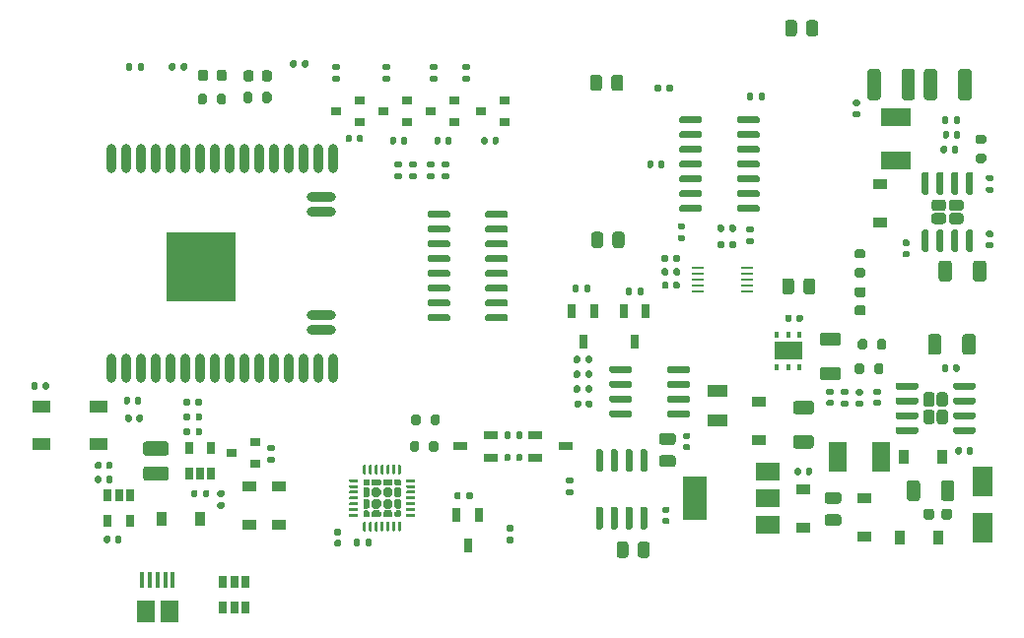
<source format=gbr>
G04 #@! TF.GenerationSoftware,KiCad,Pcbnew,(5.1.9)-1*
G04 #@! TF.CreationDate,2021-06-02T17:30:39-04:00*
G04 #@! TF.ProjectId,esp32 Core  V-0.1,65737033-3220-4436-9f72-652020562d30,rev?*
G04 #@! TF.SameCoordinates,Original*
G04 #@! TF.FileFunction,Paste,Top*
G04 #@! TF.FilePolarity,Positive*
%FSLAX46Y46*%
G04 Gerber Fmt 4.6, Leading zero omitted, Abs format (unit mm)*
G04 Created by KiCad (PCBNEW (5.1.9)-1) date 2021-06-02 17:30:39*
%MOMM*%
%LPD*%
G01*
G04 APERTURE LIST*
%ADD10R,1.800000X1.000000*%
%ADD11R,0.650000X1.220000*%
%ADD12R,1.200000X0.900000*%
%ADD13R,0.400000X0.600000*%
%ADD14R,2.400000X1.500000*%
%ADD15R,1.500000X2.500000*%
%ADD16R,2.500000X1.500000*%
%ADD17R,0.900000X0.800000*%
%ADD18O,0.900000X2.500000*%
%ADD19R,6.000000X6.000000*%
%ADD20O,2.500000X0.900000*%
%ADD21R,0.900000X1.200000*%
%ADD22R,0.650000X1.060000*%
%ADD23R,1.100000X0.250000*%
%ADD24R,1.500000X1.000000*%
%ADD25R,1.800000X2.500000*%
%ADD26R,2.000000X1.500000*%
%ADD27R,2.000000X3.800000*%
%ADD28C,0.100000*%
%ADD29R,1.220000X0.650000*%
%ADD30R,1.500000X1.900000*%
%ADD31R,0.400000X1.350000*%
G04 APERTURE END LIST*
G04 #@! TO.C,U13*
G36*
G01*
X260405000Y-115006000D02*
X259635000Y-115006000D01*
G75*
G02*
X259395000Y-114766000I0J240000D01*
G01*
X259395000Y-114286000D01*
G75*
G02*
X259635000Y-114046000I240000J0D01*
G01*
X260405000Y-114046000D01*
G75*
G02*
X260645000Y-114286000I0J-240000D01*
G01*
X260645000Y-114766000D01*
G75*
G02*
X260405000Y-115006000I-240000J0D01*
G01*
G37*
G36*
G01*
X258905000Y-115006000D02*
X258135000Y-115006000D01*
G75*
G02*
X257895000Y-114766000I0J240000D01*
G01*
X257895000Y-114286000D01*
G75*
G02*
X258135000Y-114046000I240000J0D01*
G01*
X258905000Y-114046000D01*
G75*
G02*
X259145000Y-114286000I0J-240000D01*
G01*
X259145000Y-114766000D01*
G75*
G02*
X258905000Y-115006000I-240000J0D01*
G01*
G37*
G36*
G01*
X260405000Y-116146000D02*
X259635000Y-116146000D01*
G75*
G02*
X259395000Y-115906000I0J240000D01*
G01*
X259395000Y-115426000D01*
G75*
G02*
X259635000Y-115186000I240000J0D01*
G01*
X260405000Y-115186000D01*
G75*
G02*
X260645000Y-115426000I0J-240000D01*
G01*
X260645000Y-115906000D01*
G75*
G02*
X260405000Y-116146000I-240000J0D01*
G01*
G37*
G36*
G01*
X258905000Y-116146000D02*
X258135000Y-116146000D01*
G75*
G02*
X257895000Y-115906000I0J240000D01*
G01*
X257895000Y-115426000D01*
G75*
G02*
X258135000Y-115186000I240000J0D01*
G01*
X258905000Y-115186000D01*
G75*
G02*
X259145000Y-115426000I0J-240000D01*
G01*
X259145000Y-115906000D01*
G75*
G02*
X258905000Y-116146000I-240000J0D01*
G01*
G37*
G36*
G01*
X257515000Y-113596000D02*
X257215000Y-113596000D01*
G75*
G02*
X257065000Y-113446000I0J150000D01*
G01*
X257065000Y-111796000D01*
G75*
G02*
X257215000Y-111646000I150000J0D01*
G01*
X257515000Y-111646000D01*
G75*
G02*
X257665000Y-111796000I0J-150000D01*
G01*
X257665000Y-113446000D01*
G75*
G02*
X257515000Y-113596000I-150000J0D01*
G01*
G37*
G36*
G01*
X258785000Y-113596000D02*
X258485000Y-113596000D01*
G75*
G02*
X258335000Y-113446000I0J150000D01*
G01*
X258335000Y-111796000D01*
G75*
G02*
X258485000Y-111646000I150000J0D01*
G01*
X258785000Y-111646000D01*
G75*
G02*
X258935000Y-111796000I0J-150000D01*
G01*
X258935000Y-113446000D01*
G75*
G02*
X258785000Y-113596000I-150000J0D01*
G01*
G37*
G36*
G01*
X260055000Y-113596000D02*
X259755000Y-113596000D01*
G75*
G02*
X259605000Y-113446000I0J150000D01*
G01*
X259605000Y-111796000D01*
G75*
G02*
X259755000Y-111646000I150000J0D01*
G01*
X260055000Y-111646000D01*
G75*
G02*
X260205000Y-111796000I0J-150000D01*
G01*
X260205000Y-113446000D01*
G75*
G02*
X260055000Y-113596000I-150000J0D01*
G01*
G37*
G36*
G01*
X261325000Y-113596000D02*
X261025000Y-113596000D01*
G75*
G02*
X260875000Y-113446000I0J150000D01*
G01*
X260875000Y-111796000D01*
G75*
G02*
X261025000Y-111646000I150000J0D01*
G01*
X261325000Y-111646000D01*
G75*
G02*
X261475000Y-111796000I0J-150000D01*
G01*
X261475000Y-113446000D01*
G75*
G02*
X261325000Y-113596000I-150000J0D01*
G01*
G37*
G36*
G01*
X261325000Y-118546000D02*
X261025000Y-118546000D01*
G75*
G02*
X260875000Y-118396000I0J150000D01*
G01*
X260875000Y-116746000D01*
G75*
G02*
X261025000Y-116596000I150000J0D01*
G01*
X261325000Y-116596000D01*
G75*
G02*
X261475000Y-116746000I0J-150000D01*
G01*
X261475000Y-118396000D01*
G75*
G02*
X261325000Y-118546000I-150000J0D01*
G01*
G37*
G36*
G01*
X260055000Y-118546000D02*
X259755000Y-118546000D01*
G75*
G02*
X259605000Y-118396000I0J150000D01*
G01*
X259605000Y-116746000D01*
G75*
G02*
X259755000Y-116596000I150000J0D01*
G01*
X260055000Y-116596000D01*
G75*
G02*
X260205000Y-116746000I0J-150000D01*
G01*
X260205000Y-118396000D01*
G75*
G02*
X260055000Y-118546000I-150000J0D01*
G01*
G37*
G36*
G01*
X258785000Y-118546000D02*
X258485000Y-118546000D01*
G75*
G02*
X258335000Y-118396000I0J150000D01*
G01*
X258335000Y-116746000D01*
G75*
G02*
X258485000Y-116596000I150000J0D01*
G01*
X258785000Y-116596000D01*
G75*
G02*
X258935000Y-116746000I0J-150000D01*
G01*
X258935000Y-118396000D01*
G75*
G02*
X258785000Y-118546000I-150000J0D01*
G01*
G37*
G36*
G01*
X257515000Y-118546000D02*
X257215000Y-118546000D01*
G75*
G02*
X257065000Y-118396000I0J150000D01*
G01*
X257065000Y-116746000D01*
G75*
G02*
X257215000Y-116596000I150000J0D01*
G01*
X257515000Y-116596000D01*
G75*
G02*
X257665000Y-116746000I0J-150000D01*
G01*
X257665000Y-118396000D01*
G75*
G02*
X257515000Y-118546000I-150000J0D01*
G01*
G37*
G04 #@! TD*
G04 #@! TO.C,U1*
G36*
G01*
X258156000Y-130841000D02*
X258156000Y-131611000D01*
G75*
G02*
X257916000Y-131851000I-240000J0D01*
G01*
X257436000Y-131851000D01*
G75*
G02*
X257196000Y-131611000I0J240000D01*
G01*
X257196000Y-130841000D01*
G75*
G02*
X257436000Y-130601000I240000J0D01*
G01*
X257916000Y-130601000D01*
G75*
G02*
X258156000Y-130841000I0J-240000D01*
G01*
G37*
G36*
G01*
X258156000Y-132341000D02*
X258156000Y-133111000D01*
G75*
G02*
X257916000Y-133351000I-240000J0D01*
G01*
X257436000Y-133351000D01*
G75*
G02*
X257196000Y-133111000I0J240000D01*
G01*
X257196000Y-132341000D01*
G75*
G02*
X257436000Y-132101000I240000J0D01*
G01*
X257916000Y-132101000D01*
G75*
G02*
X258156000Y-132341000I0J-240000D01*
G01*
G37*
G36*
G01*
X259296000Y-130841000D02*
X259296000Y-131611000D01*
G75*
G02*
X259056000Y-131851000I-240000J0D01*
G01*
X258576000Y-131851000D01*
G75*
G02*
X258336000Y-131611000I0J240000D01*
G01*
X258336000Y-130841000D01*
G75*
G02*
X258576000Y-130601000I240000J0D01*
G01*
X259056000Y-130601000D01*
G75*
G02*
X259296000Y-130841000I0J-240000D01*
G01*
G37*
G36*
G01*
X259296000Y-132341000D02*
X259296000Y-133111000D01*
G75*
G02*
X259056000Y-133351000I-240000J0D01*
G01*
X258576000Y-133351000D01*
G75*
G02*
X258336000Y-133111000I0J240000D01*
G01*
X258336000Y-132341000D01*
G75*
G02*
X258576000Y-132101000I240000J0D01*
G01*
X259056000Y-132101000D01*
G75*
G02*
X259296000Y-132341000I0J-240000D01*
G01*
G37*
G36*
G01*
X256746000Y-133731000D02*
X256746000Y-134031000D01*
G75*
G02*
X256596000Y-134181000I-150000J0D01*
G01*
X254946000Y-134181000D01*
G75*
G02*
X254796000Y-134031000I0J150000D01*
G01*
X254796000Y-133731000D01*
G75*
G02*
X254946000Y-133581000I150000J0D01*
G01*
X256596000Y-133581000D01*
G75*
G02*
X256746000Y-133731000I0J-150000D01*
G01*
G37*
G36*
G01*
X256746000Y-132461000D02*
X256746000Y-132761000D01*
G75*
G02*
X256596000Y-132911000I-150000J0D01*
G01*
X254946000Y-132911000D01*
G75*
G02*
X254796000Y-132761000I0J150000D01*
G01*
X254796000Y-132461000D01*
G75*
G02*
X254946000Y-132311000I150000J0D01*
G01*
X256596000Y-132311000D01*
G75*
G02*
X256746000Y-132461000I0J-150000D01*
G01*
G37*
G36*
G01*
X256746000Y-131191000D02*
X256746000Y-131491000D01*
G75*
G02*
X256596000Y-131641000I-150000J0D01*
G01*
X254946000Y-131641000D01*
G75*
G02*
X254796000Y-131491000I0J150000D01*
G01*
X254796000Y-131191000D01*
G75*
G02*
X254946000Y-131041000I150000J0D01*
G01*
X256596000Y-131041000D01*
G75*
G02*
X256746000Y-131191000I0J-150000D01*
G01*
G37*
G36*
G01*
X256746000Y-129921000D02*
X256746000Y-130221000D01*
G75*
G02*
X256596000Y-130371000I-150000J0D01*
G01*
X254946000Y-130371000D01*
G75*
G02*
X254796000Y-130221000I0J150000D01*
G01*
X254796000Y-129921000D01*
G75*
G02*
X254946000Y-129771000I150000J0D01*
G01*
X256596000Y-129771000D01*
G75*
G02*
X256746000Y-129921000I0J-150000D01*
G01*
G37*
G36*
G01*
X261696000Y-129921000D02*
X261696000Y-130221000D01*
G75*
G02*
X261546000Y-130371000I-150000J0D01*
G01*
X259896000Y-130371000D01*
G75*
G02*
X259746000Y-130221000I0J150000D01*
G01*
X259746000Y-129921000D01*
G75*
G02*
X259896000Y-129771000I150000J0D01*
G01*
X261546000Y-129771000D01*
G75*
G02*
X261696000Y-129921000I0J-150000D01*
G01*
G37*
G36*
G01*
X261696000Y-131191000D02*
X261696000Y-131491000D01*
G75*
G02*
X261546000Y-131641000I-150000J0D01*
G01*
X259896000Y-131641000D01*
G75*
G02*
X259746000Y-131491000I0J150000D01*
G01*
X259746000Y-131191000D01*
G75*
G02*
X259896000Y-131041000I150000J0D01*
G01*
X261546000Y-131041000D01*
G75*
G02*
X261696000Y-131191000I0J-150000D01*
G01*
G37*
G36*
G01*
X261696000Y-132461000D02*
X261696000Y-132761000D01*
G75*
G02*
X261546000Y-132911000I-150000J0D01*
G01*
X259896000Y-132911000D01*
G75*
G02*
X259746000Y-132761000I0J150000D01*
G01*
X259746000Y-132461000D01*
G75*
G02*
X259896000Y-132311000I150000J0D01*
G01*
X261546000Y-132311000D01*
G75*
G02*
X261696000Y-132461000I0J-150000D01*
G01*
G37*
G36*
G01*
X261696000Y-133731000D02*
X261696000Y-134031000D01*
G75*
G02*
X261546000Y-134181000I-150000J0D01*
G01*
X259896000Y-134181000D01*
G75*
G02*
X259746000Y-134031000I0J150000D01*
G01*
X259746000Y-133731000D01*
G75*
G02*
X259896000Y-133581000I150000J0D01*
G01*
X261546000Y-133581000D01*
G75*
G02*
X261696000Y-133731000I0J-150000D01*
G01*
G37*
G04 #@! TD*
G04 #@! TO.C,R52*
G36*
G01*
X214699000Y-111744000D02*
X215069000Y-111744000D01*
G75*
G02*
X215204000Y-111879000I0J-135000D01*
G01*
X215204000Y-112149000D01*
G75*
G02*
X215069000Y-112284000I-135000J0D01*
G01*
X214699000Y-112284000D01*
G75*
G02*
X214564000Y-112149000I0J135000D01*
G01*
X214564000Y-111879000D01*
G75*
G02*
X214699000Y-111744000I135000J0D01*
G01*
G37*
G36*
G01*
X214699000Y-110724000D02*
X215069000Y-110724000D01*
G75*
G02*
X215204000Y-110859000I0J-135000D01*
G01*
X215204000Y-111129000D01*
G75*
G02*
X215069000Y-111264000I-135000J0D01*
G01*
X214699000Y-111264000D01*
G75*
G02*
X214564000Y-111129000I0J135000D01*
G01*
X214564000Y-110859000D01*
G75*
G02*
X214699000Y-110724000I135000J0D01*
G01*
G37*
G04 #@! TD*
G04 #@! TO.C,R51*
G36*
G01*
X215969000Y-111744000D02*
X216339000Y-111744000D01*
G75*
G02*
X216474000Y-111879000I0J-135000D01*
G01*
X216474000Y-112149000D01*
G75*
G02*
X216339000Y-112284000I-135000J0D01*
G01*
X215969000Y-112284000D01*
G75*
G02*
X215834000Y-112149000I0J135000D01*
G01*
X215834000Y-111879000D01*
G75*
G02*
X215969000Y-111744000I135000J0D01*
G01*
G37*
G36*
G01*
X215969000Y-110724000D02*
X216339000Y-110724000D01*
G75*
G02*
X216474000Y-110859000I0J-135000D01*
G01*
X216474000Y-111129000D01*
G75*
G02*
X216339000Y-111264000I-135000J0D01*
G01*
X215969000Y-111264000D01*
G75*
G02*
X215834000Y-111129000I0J135000D01*
G01*
X215834000Y-110859000D01*
G75*
G02*
X215969000Y-110724000I135000J0D01*
G01*
G37*
G04 #@! TD*
G04 #@! TO.C,R50*
G36*
G01*
X213175000Y-111744000D02*
X213545000Y-111744000D01*
G75*
G02*
X213680000Y-111879000I0J-135000D01*
G01*
X213680000Y-112149000D01*
G75*
G02*
X213545000Y-112284000I-135000J0D01*
G01*
X213175000Y-112284000D01*
G75*
G02*
X213040000Y-112149000I0J135000D01*
G01*
X213040000Y-111879000D01*
G75*
G02*
X213175000Y-111744000I135000J0D01*
G01*
G37*
G36*
G01*
X213175000Y-110724000D02*
X213545000Y-110724000D01*
G75*
G02*
X213680000Y-110859000I0J-135000D01*
G01*
X213680000Y-111129000D01*
G75*
G02*
X213545000Y-111264000I-135000J0D01*
G01*
X213175000Y-111264000D01*
G75*
G02*
X213040000Y-111129000I0J135000D01*
G01*
X213040000Y-110859000D01*
G75*
G02*
X213175000Y-110724000I135000J0D01*
G01*
G37*
G04 #@! TD*
G04 #@! TO.C,R49*
G36*
G01*
X211905000Y-111744000D02*
X212275000Y-111744000D01*
G75*
G02*
X212410000Y-111879000I0J-135000D01*
G01*
X212410000Y-112149000D01*
G75*
G02*
X212275000Y-112284000I-135000J0D01*
G01*
X211905000Y-112284000D01*
G75*
G02*
X211770000Y-112149000I0J135000D01*
G01*
X211770000Y-111879000D01*
G75*
G02*
X211905000Y-111744000I135000J0D01*
G01*
G37*
G36*
G01*
X211905000Y-110724000D02*
X212275000Y-110724000D01*
G75*
G02*
X212410000Y-110859000I0J-135000D01*
G01*
X212410000Y-111129000D01*
G75*
G02*
X212275000Y-111264000I-135000J0D01*
G01*
X211905000Y-111264000D01*
G75*
G02*
X211770000Y-111129000I0J135000D01*
G01*
X211770000Y-110859000D01*
G75*
G02*
X211905000Y-110724000I135000J0D01*
G01*
G37*
G04 #@! TD*
G04 #@! TO.C,C38*
G36*
G01*
X216128000Y-109136000D02*
X216128000Y-108796000D01*
G75*
G02*
X216268000Y-108656000I140000J0D01*
G01*
X216548000Y-108656000D01*
G75*
G02*
X216688000Y-108796000I0J-140000D01*
G01*
X216688000Y-109136000D01*
G75*
G02*
X216548000Y-109276000I-140000J0D01*
G01*
X216268000Y-109276000D01*
G75*
G02*
X216128000Y-109136000I0J140000D01*
G01*
G37*
G36*
G01*
X215168000Y-109136000D02*
X215168000Y-108796000D01*
G75*
G02*
X215308000Y-108656000I140000J0D01*
G01*
X215588000Y-108656000D01*
G75*
G02*
X215728000Y-108796000I0J-140000D01*
G01*
X215728000Y-109136000D01*
G75*
G02*
X215588000Y-109276000I-140000J0D01*
G01*
X215308000Y-109276000D01*
G75*
G02*
X215168000Y-109136000I0J140000D01*
G01*
G37*
G04 #@! TD*
G04 #@! TO.C,C37*
G36*
G01*
X220164000Y-109136000D02*
X220164000Y-108796000D01*
G75*
G02*
X220304000Y-108656000I140000J0D01*
G01*
X220584000Y-108656000D01*
G75*
G02*
X220724000Y-108796000I0J-140000D01*
G01*
X220724000Y-109136000D01*
G75*
G02*
X220584000Y-109276000I-140000J0D01*
G01*
X220304000Y-109276000D01*
G75*
G02*
X220164000Y-109136000I0J140000D01*
G01*
G37*
G36*
G01*
X219204000Y-109136000D02*
X219204000Y-108796000D01*
G75*
G02*
X219344000Y-108656000I140000J0D01*
G01*
X219624000Y-108656000D01*
G75*
G02*
X219764000Y-108796000I0J-140000D01*
G01*
X219764000Y-109136000D01*
G75*
G02*
X219624000Y-109276000I-140000J0D01*
G01*
X219344000Y-109276000D01*
G75*
G02*
X219204000Y-109136000I0J140000D01*
G01*
G37*
G04 #@! TD*
G04 #@! TO.C,C36*
G36*
G01*
X212318000Y-109136000D02*
X212318000Y-108796000D01*
G75*
G02*
X212458000Y-108656000I140000J0D01*
G01*
X212738000Y-108656000D01*
G75*
G02*
X212878000Y-108796000I0J-140000D01*
G01*
X212878000Y-109136000D01*
G75*
G02*
X212738000Y-109276000I-140000J0D01*
G01*
X212458000Y-109276000D01*
G75*
G02*
X212318000Y-109136000I0J140000D01*
G01*
G37*
G36*
G01*
X211358000Y-109136000D02*
X211358000Y-108796000D01*
G75*
G02*
X211498000Y-108656000I140000J0D01*
G01*
X211778000Y-108656000D01*
G75*
G02*
X211918000Y-108796000I0J-140000D01*
G01*
X211918000Y-109136000D01*
G75*
G02*
X211778000Y-109276000I-140000J0D01*
G01*
X211498000Y-109276000D01*
G75*
G02*
X211358000Y-109136000I0J140000D01*
G01*
G37*
G04 #@! TD*
G04 #@! TO.C,C35*
G36*
G01*
X208508000Y-108945500D02*
X208508000Y-108605500D01*
G75*
G02*
X208648000Y-108465500I140000J0D01*
G01*
X208928000Y-108465500D01*
G75*
G02*
X209068000Y-108605500I0J-140000D01*
G01*
X209068000Y-108945500D01*
G75*
G02*
X208928000Y-109085500I-140000J0D01*
G01*
X208648000Y-109085500D01*
G75*
G02*
X208508000Y-108945500I0J140000D01*
G01*
G37*
G36*
G01*
X207548000Y-108945500D02*
X207548000Y-108605500D01*
G75*
G02*
X207688000Y-108465500I140000J0D01*
G01*
X207968000Y-108465500D01*
G75*
G02*
X208108000Y-108605500I0J-140000D01*
G01*
X208108000Y-108945500D01*
G75*
G02*
X207968000Y-109085500I-140000J0D01*
G01*
X207688000Y-109085500D01*
G75*
G02*
X207548000Y-108945500I0J140000D01*
G01*
G37*
G04 #@! TD*
G04 #@! TO.C,C34*
G36*
G01*
X227800000Y-131430000D02*
X227800000Y-131770000D01*
G75*
G02*
X227660000Y-131910000I-140000J0D01*
G01*
X227380000Y-131910000D01*
G75*
G02*
X227240000Y-131770000I0J140000D01*
G01*
X227240000Y-131430000D01*
G75*
G02*
X227380000Y-131290000I140000J0D01*
G01*
X227660000Y-131290000D01*
G75*
G02*
X227800000Y-131430000I0J-140000D01*
G01*
G37*
G36*
G01*
X228760000Y-131430000D02*
X228760000Y-131770000D01*
G75*
G02*
X228620000Y-131910000I-140000J0D01*
G01*
X228340000Y-131910000D01*
G75*
G02*
X228200000Y-131770000I0J140000D01*
G01*
X228200000Y-131430000D01*
G75*
G02*
X228340000Y-131290000I140000J0D01*
G01*
X228620000Y-131290000D01*
G75*
G02*
X228760000Y-131430000I0J-140000D01*
G01*
G37*
G04 #@! TD*
G04 #@! TO.C,U2*
G36*
G01*
X232180000Y-132311000D02*
X232180000Y-132611000D01*
G75*
G02*
X232030000Y-132761000I-150000J0D01*
G01*
X230380000Y-132761000D01*
G75*
G02*
X230230000Y-132611000I0J150000D01*
G01*
X230230000Y-132311000D01*
G75*
G02*
X230380000Y-132161000I150000J0D01*
G01*
X232030000Y-132161000D01*
G75*
G02*
X232180000Y-132311000I0J-150000D01*
G01*
G37*
G36*
G01*
X232180000Y-131041000D02*
X232180000Y-131341000D01*
G75*
G02*
X232030000Y-131491000I-150000J0D01*
G01*
X230380000Y-131491000D01*
G75*
G02*
X230230000Y-131341000I0J150000D01*
G01*
X230230000Y-131041000D01*
G75*
G02*
X230380000Y-130891000I150000J0D01*
G01*
X232030000Y-130891000D01*
G75*
G02*
X232180000Y-131041000I0J-150000D01*
G01*
G37*
G36*
G01*
X232180000Y-129771000D02*
X232180000Y-130071000D01*
G75*
G02*
X232030000Y-130221000I-150000J0D01*
G01*
X230380000Y-130221000D01*
G75*
G02*
X230230000Y-130071000I0J150000D01*
G01*
X230230000Y-129771000D01*
G75*
G02*
X230380000Y-129621000I150000J0D01*
G01*
X232030000Y-129621000D01*
G75*
G02*
X232180000Y-129771000I0J-150000D01*
G01*
G37*
G36*
G01*
X232180000Y-128501000D02*
X232180000Y-128801000D01*
G75*
G02*
X232030000Y-128951000I-150000J0D01*
G01*
X230380000Y-128951000D01*
G75*
G02*
X230230000Y-128801000I0J150000D01*
G01*
X230230000Y-128501000D01*
G75*
G02*
X230380000Y-128351000I150000J0D01*
G01*
X232030000Y-128351000D01*
G75*
G02*
X232180000Y-128501000I0J-150000D01*
G01*
G37*
G36*
G01*
X237130000Y-128501000D02*
X237130000Y-128801000D01*
G75*
G02*
X236980000Y-128951000I-150000J0D01*
G01*
X235330000Y-128951000D01*
G75*
G02*
X235180000Y-128801000I0J150000D01*
G01*
X235180000Y-128501000D01*
G75*
G02*
X235330000Y-128351000I150000J0D01*
G01*
X236980000Y-128351000D01*
G75*
G02*
X237130000Y-128501000I0J-150000D01*
G01*
G37*
G36*
G01*
X237130000Y-129771000D02*
X237130000Y-130071000D01*
G75*
G02*
X236980000Y-130221000I-150000J0D01*
G01*
X235330000Y-130221000D01*
G75*
G02*
X235180000Y-130071000I0J150000D01*
G01*
X235180000Y-129771000D01*
G75*
G02*
X235330000Y-129621000I150000J0D01*
G01*
X236980000Y-129621000D01*
G75*
G02*
X237130000Y-129771000I0J-150000D01*
G01*
G37*
G36*
G01*
X237130000Y-131041000D02*
X237130000Y-131341000D01*
G75*
G02*
X236980000Y-131491000I-150000J0D01*
G01*
X235330000Y-131491000D01*
G75*
G02*
X235180000Y-131341000I0J150000D01*
G01*
X235180000Y-131041000D01*
G75*
G02*
X235330000Y-130891000I150000J0D01*
G01*
X236980000Y-130891000D01*
G75*
G02*
X237130000Y-131041000I0J-150000D01*
G01*
G37*
G36*
G01*
X237130000Y-132311000D02*
X237130000Y-132611000D01*
G75*
G02*
X236980000Y-132761000I-150000J0D01*
G01*
X235330000Y-132761000D01*
G75*
G02*
X235180000Y-132611000I0J150000D01*
G01*
X235180000Y-132311000D01*
G75*
G02*
X235330000Y-132161000I150000J0D01*
G01*
X236980000Y-132161000D01*
G75*
G02*
X237130000Y-132311000I0J-150000D01*
G01*
G37*
G04 #@! TD*
D10*
G04 #@! TO.C,Y2*
X239500000Y-133000000D03*
X239500000Y-130500000D03*
G04 #@! TD*
G04 #@! TO.C,R48*
G36*
G01*
X228186000Y-127963000D02*
X228186000Y-127593000D01*
G75*
G02*
X228321000Y-127458000I135000J0D01*
G01*
X228591000Y-127458000D01*
G75*
G02*
X228726000Y-127593000I0J-135000D01*
G01*
X228726000Y-127963000D01*
G75*
G02*
X228591000Y-128098000I-135000J0D01*
G01*
X228321000Y-128098000D01*
G75*
G02*
X228186000Y-127963000I0J135000D01*
G01*
G37*
G36*
G01*
X227166000Y-127963000D02*
X227166000Y-127593000D01*
G75*
G02*
X227301000Y-127458000I135000J0D01*
G01*
X227571000Y-127458000D01*
G75*
G02*
X227706000Y-127593000I0J-135000D01*
G01*
X227706000Y-127963000D01*
G75*
G02*
X227571000Y-128098000I-135000J0D01*
G01*
X227301000Y-128098000D01*
G75*
G02*
X227166000Y-127963000I0J135000D01*
G01*
G37*
G04 #@! TD*
G04 #@! TO.C,R47*
G36*
G01*
X228184000Y-129233000D02*
X228184000Y-128863000D01*
G75*
G02*
X228319000Y-128728000I135000J0D01*
G01*
X228589000Y-128728000D01*
G75*
G02*
X228724000Y-128863000I0J-135000D01*
G01*
X228724000Y-129233000D01*
G75*
G02*
X228589000Y-129368000I-135000J0D01*
G01*
X228319000Y-129368000D01*
G75*
G02*
X228184000Y-129233000I0J135000D01*
G01*
G37*
G36*
G01*
X227164000Y-129233000D02*
X227164000Y-128863000D01*
G75*
G02*
X227299000Y-128728000I135000J0D01*
G01*
X227569000Y-128728000D01*
G75*
G02*
X227704000Y-128863000I0J-135000D01*
G01*
X227704000Y-129233000D01*
G75*
G02*
X227569000Y-129368000I-135000J0D01*
G01*
X227299000Y-129368000D01*
G75*
G02*
X227164000Y-129233000I0J135000D01*
G01*
G37*
G04 #@! TD*
G04 #@! TO.C,R17*
G36*
G01*
X227596000Y-121481000D02*
X227596000Y-121851000D01*
G75*
G02*
X227461000Y-121986000I-135000J0D01*
G01*
X227191000Y-121986000D01*
G75*
G02*
X227056000Y-121851000I0J135000D01*
G01*
X227056000Y-121481000D01*
G75*
G02*
X227191000Y-121346000I135000J0D01*
G01*
X227461000Y-121346000D01*
G75*
G02*
X227596000Y-121481000I0J-135000D01*
G01*
G37*
G36*
G01*
X228616000Y-121481000D02*
X228616000Y-121851000D01*
G75*
G02*
X228481000Y-121986000I-135000J0D01*
G01*
X228211000Y-121986000D01*
G75*
G02*
X228076000Y-121851000I0J135000D01*
G01*
X228076000Y-121481000D01*
G75*
G02*
X228211000Y-121346000I135000J0D01*
G01*
X228481000Y-121346000D01*
G75*
G02*
X228616000Y-121481000I0J-135000D01*
G01*
G37*
G04 #@! TD*
G04 #@! TO.C,R15*
G36*
G01*
X232170000Y-121735000D02*
X232170000Y-122105000D01*
G75*
G02*
X232035000Y-122240000I-135000J0D01*
G01*
X231765000Y-122240000D01*
G75*
G02*
X231630000Y-122105000I0J135000D01*
G01*
X231630000Y-121735000D01*
G75*
G02*
X231765000Y-121600000I135000J0D01*
G01*
X232035000Y-121600000D01*
G75*
G02*
X232170000Y-121735000I0J-135000D01*
G01*
G37*
G36*
G01*
X233190000Y-121735000D02*
X233190000Y-122105000D01*
G75*
G02*
X233055000Y-122240000I-135000J0D01*
G01*
X232785000Y-122240000D01*
G75*
G02*
X232650000Y-122105000I0J135000D01*
G01*
X232650000Y-121735000D01*
G75*
G02*
X232785000Y-121600000I135000J0D01*
G01*
X233055000Y-121600000D01*
G75*
G02*
X233190000Y-121735000I0J-135000D01*
G01*
G37*
G04 #@! TD*
D11*
G04 #@! TO.C,Q2*
X227960000Y-126278000D03*
X227010000Y-123658000D03*
X228910000Y-123658000D03*
G04 #@! TD*
G04 #@! TO.C,Q1*
X232410000Y-126278000D03*
X231460000Y-123658000D03*
X233360000Y-123658000D03*
G04 #@! TD*
D12*
G04 #@! TO.C,D19*
X252095000Y-143000000D03*
X252095000Y-139700000D03*
G04 #@! TD*
G04 #@! TO.C,D18*
X246888000Y-142238000D03*
X246888000Y-138938000D03*
G04 #@! TD*
G04 #@! TO.C,C33*
G36*
G01*
X181528000Y-130218000D02*
X181528000Y-129878000D01*
G75*
G02*
X181668000Y-129738000I140000J0D01*
G01*
X181948000Y-129738000D01*
G75*
G02*
X182088000Y-129878000I0J-140000D01*
G01*
X182088000Y-130218000D01*
G75*
G02*
X181948000Y-130358000I-140000J0D01*
G01*
X181668000Y-130358000D01*
G75*
G02*
X181528000Y-130218000I0J140000D01*
G01*
G37*
G36*
G01*
X180568000Y-130218000D02*
X180568000Y-129878000D01*
G75*
G02*
X180708000Y-129738000I140000J0D01*
G01*
X180988000Y-129738000D01*
G75*
G02*
X181128000Y-129878000I0J-140000D01*
G01*
X181128000Y-130218000D01*
G75*
G02*
X180988000Y-130358000I-140000J0D01*
G01*
X180708000Y-130358000D01*
G75*
G02*
X180568000Y-130218000I0J140000D01*
G01*
G37*
G04 #@! TD*
G04 #@! TO.C,C32*
G36*
G01*
X246287000Y-124403000D02*
X246287000Y-124063000D01*
G75*
G02*
X246427000Y-123923000I140000J0D01*
G01*
X246707000Y-123923000D01*
G75*
G02*
X246847000Y-124063000I0J-140000D01*
G01*
X246847000Y-124403000D01*
G75*
G02*
X246707000Y-124543000I-140000J0D01*
G01*
X246427000Y-124543000D01*
G75*
G02*
X246287000Y-124403000I0J140000D01*
G01*
G37*
G36*
G01*
X245327000Y-124403000D02*
X245327000Y-124063000D01*
G75*
G02*
X245467000Y-123923000I140000J0D01*
G01*
X245747000Y-123923000D01*
G75*
G02*
X245887000Y-124063000I0J-140000D01*
G01*
X245887000Y-124403000D01*
G75*
G02*
X245747000Y-124543000I-140000J0D01*
G01*
X245467000Y-124543000D01*
G75*
G02*
X245327000Y-124403000I0J140000D01*
G01*
G37*
G04 #@! TD*
D13*
G04 #@! TO.C,U7*
X244629000Y-125627000D03*
X245579000Y-125627000D03*
X246529000Y-125627000D03*
X246529000Y-128427000D03*
X245579000Y-128427000D03*
X244629000Y-128427000D03*
D14*
X245579000Y-127027000D03*
G04 #@! TD*
D15*
G04 #@! TO.C,L1*
X253545000Y-136144000D03*
X249845000Y-136144000D03*
G04 #@! TD*
D16*
G04 #@! TO.C,L3*
X254825000Y-110651000D03*
X254825000Y-106951000D03*
G04 #@! TD*
G04 #@! TO.C,C23*
G36*
G01*
X234016000Y-110828000D02*
X234016000Y-111168000D01*
G75*
G02*
X233876000Y-111308000I-140000J0D01*
G01*
X233596000Y-111308000D01*
G75*
G02*
X233456000Y-111168000I0J140000D01*
G01*
X233456000Y-110828000D01*
G75*
G02*
X233596000Y-110688000I140000J0D01*
G01*
X233876000Y-110688000D01*
G75*
G02*
X234016000Y-110828000I0J-140000D01*
G01*
G37*
G36*
G01*
X234976000Y-110828000D02*
X234976000Y-111168000D01*
G75*
G02*
X234836000Y-111308000I-140000J0D01*
G01*
X234556000Y-111308000D01*
G75*
G02*
X234416000Y-111168000I0J140000D01*
G01*
X234416000Y-110828000D01*
G75*
G02*
X234556000Y-110688000I140000J0D01*
G01*
X234836000Y-110688000D01*
G75*
G02*
X234976000Y-110828000I0J-140000D01*
G01*
G37*
G04 #@! TD*
G04 #@! TO.C,R46*
G36*
G01*
X217747000Y-103362000D02*
X218117000Y-103362000D01*
G75*
G02*
X218252000Y-103497000I0J-135000D01*
G01*
X218252000Y-103767000D01*
G75*
G02*
X218117000Y-103902000I-135000J0D01*
G01*
X217747000Y-103902000D01*
G75*
G02*
X217612000Y-103767000I0J135000D01*
G01*
X217612000Y-103497000D01*
G75*
G02*
X217747000Y-103362000I135000J0D01*
G01*
G37*
G36*
G01*
X217747000Y-102342000D02*
X218117000Y-102342000D01*
G75*
G02*
X218252000Y-102477000I0J-135000D01*
G01*
X218252000Y-102747000D01*
G75*
G02*
X218117000Y-102882000I-135000J0D01*
G01*
X217747000Y-102882000D01*
G75*
G02*
X217612000Y-102747000I0J135000D01*
G01*
X217612000Y-102477000D01*
G75*
G02*
X217747000Y-102342000I135000J0D01*
G01*
G37*
G04 #@! TD*
G04 #@! TO.C,R45*
G36*
G01*
X214953000Y-103362000D02*
X215323000Y-103362000D01*
G75*
G02*
X215458000Y-103497000I0J-135000D01*
G01*
X215458000Y-103767000D01*
G75*
G02*
X215323000Y-103902000I-135000J0D01*
G01*
X214953000Y-103902000D01*
G75*
G02*
X214818000Y-103767000I0J135000D01*
G01*
X214818000Y-103497000D01*
G75*
G02*
X214953000Y-103362000I135000J0D01*
G01*
G37*
G36*
G01*
X214953000Y-102342000D02*
X215323000Y-102342000D01*
G75*
G02*
X215458000Y-102477000I0J-135000D01*
G01*
X215458000Y-102747000D01*
G75*
G02*
X215323000Y-102882000I-135000J0D01*
G01*
X214953000Y-102882000D01*
G75*
G02*
X214818000Y-102747000I0J135000D01*
G01*
X214818000Y-102477000D01*
G75*
G02*
X214953000Y-102342000I135000J0D01*
G01*
G37*
G04 #@! TD*
G04 #@! TO.C,R44*
G36*
G01*
X210889000Y-103362000D02*
X211259000Y-103362000D01*
G75*
G02*
X211394000Y-103497000I0J-135000D01*
G01*
X211394000Y-103767000D01*
G75*
G02*
X211259000Y-103902000I-135000J0D01*
G01*
X210889000Y-103902000D01*
G75*
G02*
X210754000Y-103767000I0J135000D01*
G01*
X210754000Y-103497000D01*
G75*
G02*
X210889000Y-103362000I135000J0D01*
G01*
G37*
G36*
G01*
X210889000Y-102342000D02*
X211259000Y-102342000D01*
G75*
G02*
X211394000Y-102477000I0J-135000D01*
G01*
X211394000Y-102747000D01*
G75*
G02*
X211259000Y-102882000I-135000J0D01*
G01*
X210889000Y-102882000D01*
G75*
G02*
X210754000Y-102747000I0J135000D01*
G01*
X210754000Y-102477000D01*
G75*
G02*
X210889000Y-102342000I135000J0D01*
G01*
G37*
G04 #@! TD*
G04 #@! TO.C,R40*
G36*
G01*
X206571000Y-103366000D02*
X206941000Y-103366000D01*
G75*
G02*
X207076000Y-103501000I0J-135000D01*
G01*
X207076000Y-103771000D01*
G75*
G02*
X206941000Y-103906000I-135000J0D01*
G01*
X206571000Y-103906000D01*
G75*
G02*
X206436000Y-103771000I0J135000D01*
G01*
X206436000Y-103501000D01*
G75*
G02*
X206571000Y-103366000I135000J0D01*
G01*
G37*
G36*
G01*
X206571000Y-102346000D02*
X206941000Y-102346000D01*
G75*
G02*
X207076000Y-102481000I0J-135000D01*
G01*
X207076000Y-102751000D01*
G75*
G02*
X206941000Y-102886000I-135000J0D01*
G01*
X206571000Y-102886000D01*
G75*
G02*
X206436000Y-102751000I0J135000D01*
G01*
X206436000Y-102481000D01*
G75*
G02*
X206571000Y-102346000I135000J0D01*
G01*
G37*
G04 #@! TD*
D17*
G04 #@! TO.C,D16*
X219202000Y-106426000D03*
X221202000Y-105476000D03*
X221202000Y-107376000D03*
G04 #@! TD*
G04 #@! TO.C,D11*
X214884000Y-106426000D03*
X216884000Y-105476000D03*
X216884000Y-107376000D03*
G04 #@! TD*
G04 #@! TO.C,D10*
X210820000Y-106426000D03*
X212820000Y-105476000D03*
X212820000Y-107376000D03*
G04 #@! TD*
G04 #@! TO.C,D6*
X206756000Y-106426000D03*
X208756000Y-105476000D03*
X208756000Y-107376000D03*
G04 #@! TD*
G04 #@! TO.C,R34*
G36*
G01*
X229587500Y-103549998D02*
X229587500Y-104450002D01*
G75*
G02*
X229337502Y-104700000I-249998J0D01*
G01*
X228812498Y-104700000D01*
G75*
G02*
X228562500Y-104450002I0J249998D01*
G01*
X228562500Y-103549998D01*
G75*
G02*
X228812498Y-103300000I249998J0D01*
G01*
X229337502Y-103300000D01*
G75*
G02*
X229587500Y-103549998I0J-249998D01*
G01*
G37*
G36*
G01*
X231412500Y-103549998D02*
X231412500Y-104450002D01*
G75*
G02*
X231162502Y-104700000I-249998J0D01*
G01*
X230637498Y-104700000D01*
G75*
G02*
X230387500Y-104450002I0J249998D01*
G01*
X230387500Y-103549998D01*
G75*
G02*
X230637498Y-103300000I249998J0D01*
G01*
X231162502Y-103300000D01*
G75*
G02*
X231412500Y-103549998I0J-249998D01*
G01*
G37*
G04 #@! TD*
G04 #@! TO.C,R28*
G36*
G01*
X229687500Y-117049998D02*
X229687500Y-117950002D01*
G75*
G02*
X229437502Y-118200000I-249998J0D01*
G01*
X228912498Y-118200000D01*
G75*
G02*
X228662500Y-117950002I0J249998D01*
G01*
X228662500Y-117049998D01*
G75*
G02*
X228912498Y-116800000I249998J0D01*
G01*
X229437502Y-116800000D01*
G75*
G02*
X229687500Y-117049998I0J-249998D01*
G01*
G37*
G36*
G01*
X231512500Y-117049998D02*
X231512500Y-117950002D01*
G75*
G02*
X231262502Y-118200000I-249998J0D01*
G01*
X230737498Y-118200000D01*
G75*
G02*
X230487500Y-117950002I0J249998D01*
G01*
X230487500Y-117049998D01*
G75*
G02*
X230737498Y-116800000I249998J0D01*
G01*
X231262502Y-116800000D01*
G75*
G02*
X231512500Y-117049998I0J-249998D01*
G01*
G37*
G04 #@! TD*
G04 #@! TO.C,R26*
G36*
G01*
X246337500Y-98849998D02*
X246337500Y-99750002D01*
G75*
G02*
X246087502Y-100000000I-249998J0D01*
G01*
X245562498Y-100000000D01*
G75*
G02*
X245312500Y-99750002I0J249998D01*
G01*
X245312500Y-98849998D01*
G75*
G02*
X245562498Y-98600000I249998J0D01*
G01*
X246087502Y-98600000D01*
G75*
G02*
X246337500Y-98849998I0J-249998D01*
G01*
G37*
G36*
G01*
X248162500Y-98849998D02*
X248162500Y-99750002D01*
G75*
G02*
X247912502Y-100000000I-249998J0D01*
G01*
X247387498Y-100000000D01*
G75*
G02*
X247137500Y-99750002I0J249998D01*
G01*
X247137500Y-98849998D01*
G75*
G02*
X247387498Y-98600000I249998J0D01*
G01*
X247912502Y-98600000D01*
G75*
G02*
X248162500Y-98849998I0J-249998D01*
G01*
G37*
G04 #@! TD*
G04 #@! TO.C,R25*
G36*
G01*
X246887500Y-121950002D02*
X246887500Y-121049998D01*
G75*
G02*
X247137498Y-120800000I249998J0D01*
G01*
X247662502Y-120800000D01*
G75*
G02*
X247912500Y-121049998I0J-249998D01*
G01*
X247912500Y-121950002D01*
G75*
G02*
X247662502Y-122200000I-249998J0D01*
G01*
X247137498Y-122200000D01*
G75*
G02*
X246887500Y-121950002I0J249998D01*
G01*
G37*
G36*
G01*
X245062500Y-121950002D02*
X245062500Y-121049998D01*
G75*
G02*
X245312498Y-120800000I249998J0D01*
G01*
X245837502Y-120800000D01*
G75*
G02*
X246087500Y-121049998I0J-249998D01*
G01*
X246087500Y-121950002D01*
G75*
G02*
X245837502Y-122200000I-249998J0D01*
G01*
X245312498Y-122200000D01*
G75*
G02*
X245062500Y-121950002I0J249998D01*
G01*
G37*
G04 #@! TD*
G04 #@! TO.C,C31*
G36*
G01*
X258107000Y-140847000D02*
X258107000Y-141347000D01*
G75*
G02*
X257882000Y-141572000I-225000J0D01*
G01*
X257432000Y-141572000D01*
G75*
G02*
X257207000Y-141347000I0J225000D01*
G01*
X257207000Y-140847000D01*
G75*
G02*
X257432000Y-140622000I225000J0D01*
G01*
X257882000Y-140622000D01*
G75*
G02*
X258107000Y-140847000I0J-225000D01*
G01*
G37*
G36*
G01*
X259657000Y-140847000D02*
X259657000Y-141347000D01*
G75*
G02*
X259432000Y-141572000I-225000J0D01*
G01*
X258982000Y-141572000D01*
G75*
G02*
X258757000Y-141347000I0J225000D01*
G01*
X258757000Y-140847000D01*
G75*
G02*
X258982000Y-140622000I225000J0D01*
G01*
X259432000Y-140622000D01*
G75*
G02*
X259657000Y-140847000I0J-225000D01*
G01*
G37*
G04 #@! TD*
G04 #@! TO.C,C24*
G36*
G01*
X256910000Y-138414999D02*
X256910000Y-139715001D01*
G75*
G02*
X256660001Y-139965000I-249999J0D01*
G01*
X256009999Y-139965000D01*
G75*
G02*
X255760000Y-139715001I0J249999D01*
G01*
X255760000Y-138414999D01*
G75*
G02*
X256009999Y-138165000I249999J0D01*
G01*
X256660001Y-138165000D01*
G75*
G02*
X256910000Y-138414999I0J-249999D01*
G01*
G37*
G36*
G01*
X259860000Y-138414999D02*
X259860000Y-139715001D01*
G75*
G02*
X259610001Y-139965000I-249999J0D01*
G01*
X258959999Y-139965000D01*
G75*
G02*
X258710000Y-139715001I0J249999D01*
G01*
X258710000Y-138414999D01*
G75*
G02*
X258959999Y-138165000I249999J0D01*
G01*
X259610001Y-138165000D01*
G75*
G02*
X259860000Y-138414999I0J-249999D01*
G01*
G37*
G04 #@! TD*
G04 #@! TO.C,C30*
G36*
G01*
X189058000Y-131148000D02*
X189058000Y-131488000D01*
G75*
G02*
X188918000Y-131628000I-140000J0D01*
G01*
X188638000Y-131628000D01*
G75*
G02*
X188498000Y-131488000I0J140000D01*
G01*
X188498000Y-131148000D01*
G75*
G02*
X188638000Y-131008000I140000J0D01*
G01*
X188918000Y-131008000D01*
G75*
G02*
X189058000Y-131148000I0J-140000D01*
G01*
G37*
G36*
G01*
X190018000Y-131148000D02*
X190018000Y-131488000D01*
G75*
G02*
X189878000Y-131628000I-140000J0D01*
G01*
X189598000Y-131628000D01*
G75*
G02*
X189458000Y-131488000I0J140000D01*
G01*
X189458000Y-131148000D01*
G75*
G02*
X189598000Y-131008000I140000J0D01*
G01*
X189878000Y-131008000D01*
G75*
G02*
X190018000Y-131148000I0J-140000D01*
G01*
G37*
G04 #@! TD*
G04 #@! TO.C,C14*
G36*
G01*
X189185000Y-132672000D02*
X189185000Y-133012000D01*
G75*
G02*
X189045000Y-133152000I-140000J0D01*
G01*
X188765000Y-133152000D01*
G75*
G02*
X188625000Y-133012000I0J140000D01*
G01*
X188625000Y-132672000D01*
G75*
G02*
X188765000Y-132532000I140000J0D01*
G01*
X189045000Y-132532000D01*
G75*
G02*
X189185000Y-132672000I0J-140000D01*
G01*
G37*
G36*
G01*
X190145000Y-132672000D02*
X190145000Y-133012000D01*
G75*
G02*
X190005000Y-133152000I-140000J0D01*
G01*
X189725000Y-133152000D01*
G75*
G02*
X189585000Y-133012000I0J140000D01*
G01*
X189585000Y-132672000D01*
G75*
G02*
X189725000Y-132532000I140000J0D01*
G01*
X190005000Y-132532000D01*
G75*
G02*
X190145000Y-132672000I0J-140000D01*
G01*
G37*
G04 #@! TD*
G04 #@! TO.C,C4*
G36*
G01*
X235679000Y-135125000D02*
X234729000Y-135125000D01*
G75*
G02*
X234479000Y-134875000I0J250000D01*
G01*
X234479000Y-134375000D01*
G75*
G02*
X234729000Y-134125000I250000J0D01*
G01*
X235679000Y-134125000D01*
G75*
G02*
X235929000Y-134375000I0J-250000D01*
G01*
X235929000Y-134875000D01*
G75*
G02*
X235679000Y-135125000I-250000J0D01*
G01*
G37*
G36*
G01*
X235679000Y-137025000D02*
X234729000Y-137025000D01*
G75*
G02*
X234479000Y-136775000I0J250000D01*
G01*
X234479000Y-136275000D01*
G75*
G02*
X234729000Y-136025000I250000J0D01*
G01*
X235679000Y-136025000D01*
G75*
G02*
X235929000Y-136275000I0J-250000D01*
G01*
X235929000Y-136775000D01*
G75*
G02*
X235679000Y-137025000I-250000J0D01*
G01*
G37*
G04 #@! TD*
G04 #@! TO.C,C3*
G36*
G01*
X248953000Y-141100000D02*
X249903000Y-141100000D01*
G75*
G02*
X250153000Y-141350000I0J-250000D01*
G01*
X250153000Y-141850000D01*
G75*
G02*
X249903000Y-142100000I-250000J0D01*
G01*
X248953000Y-142100000D01*
G75*
G02*
X248703000Y-141850000I0J250000D01*
G01*
X248703000Y-141350000D01*
G75*
G02*
X248953000Y-141100000I250000J0D01*
G01*
G37*
G36*
G01*
X248953000Y-139200000D02*
X249903000Y-139200000D01*
G75*
G02*
X250153000Y-139450000I0J-250000D01*
G01*
X250153000Y-139950000D01*
G75*
G02*
X249903000Y-140200000I-250000J0D01*
G01*
X248953000Y-140200000D01*
G75*
G02*
X248703000Y-139950000I0J250000D01*
G01*
X248703000Y-139450000D01*
G75*
G02*
X248953000Y-139200000I250000J0D01*
G01*
G37*
G04 #@! TD*
D18*
G04 #@! TO.C,U6*
X206502000Y-110524000D03*
X205232000Y-110524000D03*
X206502000Y-128524000D03*
X205232000Y-128524000D03*
D19*
X195152000Y-119824000D03*
D18*
X187452000Y-128524000D03*
X188722000Y-128524000D03*
X189992000Y-128524000D03*
X191262000Y-128524000D03*
X192532000Y-128524000D03*
X193802000Y-128524000D03*
X195072000Y-128524000D03*
X196342000Y-128524000D03*
X197612000Y-128524000D03*
X198882000Y-128524000D03*
X200152000Y-128524000D03*
X201422000Y-128524000D03*
X202692000Y-128524000D03*
X203962000Y-128524000D03*
D20*
X205452000Y-125239000D03*
X205452000Y-123969000D03*
X205452000Y-115079000D03*
X205452000Y-113809000D03*
D18*
X203962000Y-110524000D03*
X202692000Y-110524000D03*
X201422000Y-110524000D03*
X200152000Y-110524000D03*
X198882000Y-110524000D03*
X197612000Y-110524000D03*
X196342000Y-110524000D03*
X195072000Y-110524000D03*
X193802000Y-110524000D03*
X192532000Y-110524000D03*
X191262000Y-110524000D03*
X189992000Y-110524000D03*
X188722000Y-110524000D03*
X187452000Y-110524000D03*
G04 #@! TD*
G04 #@! TO.C,R43*
G36*
G01*
X263075000Y-112441000D02*
X262705000Y-112441000D01*
G75*
G02*
X262570000Y-112306000I0J135000D01*
G01*
X262570000Y-112036000D01*
G75*
G02*
X262705000Y-111901000I135000J0D01*
G01*
X263075000Y-111901000D01*
G75*
G02*
X263210000Y-112036000I0J-135000D01*
G01*
X263210000Y-112306000D01*
G75*
G02*
X263075000Y-112441000I-135000J0D01*
G01*
G37*
G36*
G01*
X263075000Y-113461000D02*
X262705000Y-113461000D01*
G75*
G02*
X262570000Y-113326000I0J135000D01*
G01*
X262570000Y-113056000D01*
G75*
G02*
X262705000Y-112921000I135000J0D01*
G01*
X263075000Y-112921000D01*
G75*
G02*
X263210000Y-113056000I0J-135000D01*
G01*
X263210000Y-113326000D01*
G75*
G02*
X263075000Y-113461000I-135000J0D01*
G01*
G37*
G04 #@! TD*
G04 #@! TO.C,R42*
G36*
G01*
X259346000Y-107003000D02*
X259346000Y-107373000D01*
G75*
G02*
X259211000Y-107508000I-135000J0D01*
G01*
X258941000Y-107508000D01*
G75*
G02*
X258806000Y-107373000I0J135000D01*
G01*
X258806000Y-107003000D01*
G75*
G02*
X258941000Y-106868000I135000J0D01*
G01*
X259211000Y-106868000D01*
G75*
G02*
X259346000Y-107003000I0J-135000D01*
G01*
G37*
G36*
G01*
X260366000Y-107003000D02*
X260366000Y-107373000D01*
G75*
G02*
X260231000Y-107508000I-135000J0D01*
G01*
X259961000Y-107508000D01*
G75*
G02*
X259826000Y-107373000I0J135000D01*
G01*
X259826000Y-107003000D01*
G75*
G02*
X259961000Y-106868000I135000J0D01*
G01*
X260231000Y-106868000D01*
G75*
G02*
X260366000Y-107003000I0J-135000D01*
G01*
G37*
G04 #@! TD*
G04 #@! TO.C,R41*
G36*
G01*
X262403000Y-109240000D02*
X261853000Y-109240000D01*
G75*
G02*
X261653000Y-109040000I0J200000D01*
G01*
X261653000Y-108640000D01*
G75*
G02*
X261853000Y-108440000I200000J0D01*
G01*
X262403000Y-108440000D01*
G75*
G02*
X262603000Y-108640000I0J-200000D01*
G01*
X262603000Y-109040000D01*
G75*
G02*
X262403000Y-109240000I-200000J0D01*
G01*
G37*
G36*
G01*
X262403000Y-110890000D02*
X261853000Y-110890000D01*
G75*
G02*
X261653000Y-110690000I0J200000D01*
G01*
X261653000Y-110290000D01*
G75*
G02*
X261853000Y-110090000I200000J0D01*
G01*
X262403000Y-110090000D01*
G75*
G02*
X262603000Y-110290000I0J-200000D01*
G01*
X262603000Y-110690000D01*
G75*
G02*
X262403000Y-110890000I-200000J0D01*
G01*
G37*
G04 #@! TD*
D12*
G04 #@! TO.C,D17*
X253492000Y-115985000D03*
X253492000Y-112685000D03*
G04 #@! TD*
G04 #@! TO.C,C29*
G36*
G01*
X251630000Y-106000000D02*
X251290000Y-106000000D01*
G75*
G02*
X251150000Y-105860000I0J140000D01*
G01*
X251150000Y-105580000D01*
G75*
G02*
X251290000Y-105440000I140000J0D01*
G01*
X251630000Y-105440000D01*
G75*
G02*
X251770000Y-105580000I0J-140000D01*
G01*
X251770000Y-105860000D01*
G75*
G02*
X251630000Y-106000000I-140000J0D01*
G01*
G37*
G36*
G01*
X251630000Y-106960000D02*
X251290000Y-106960000D01*
G75*
G02*
X251150000Y-106820000I0J140000D01*
G01*
X251150000Y-106540000D01*
G75*
G02*
X251290000Y-106400000I140000J0D01*
G01*
X251630000Y-106400000D01*
G75*
G02*
X251770000Y-106540000I0J-140000D01*
G01*
X251770000Y-106820000D01*
G75*
G02*
X251630000Y-106960000I-140000J0D01*
G01*
G37*
G04 #@! TD*
G04 #@! TO.C,C28*
G36*
G01*
X253530000Y-103039999D02*
X253530000Y-105240001D01*
G75*
G02*
X253280001Y-105490000I-249999J0D01*
G01*
X252629999Y-105490000D01*
G75*
G02*
X252380000Y-105240001I0J249999D01*
G01*
X252380000Y-103039999D01*
G75*
G02*
X252629999Y-102790000I249999J0D01*
G01*
X253280001Y-102790000D01*
G75*
G02*
X253530000Y-103039999I0J-249999D01*
G01*
G37*
G36*
G01*
X256480000Y-103039999D02*
X256480000Y-105240001D01*
G75*
G02*
X256230001Y-105490000I-249999J0D01*
G01*
X255579999Y-105490000D01*
G75*
G02*
X255330000Y-105240001I0J249999D01*
G01*
X255330000Y-103039999D01*
G75*
G02*
X255579999Y-102790000I249999J0D01*
G01*
X256230001Y-102790000D01*
G75*
G02*
X256480000Y-103039999I0J-249999D01*
G01*
G37*
G04 #@! TD*
G04 #@! TO.C,C27*
G36*
G01*
X260185000Y-105240001D02*
X260185000Y-103039999D01*
G75*
G02*
X260434999Y-102790000I249999J0D01*
G01*
X261085001Y-102790000D01*
G75*
G02*
X261335000Y-103039999I0J-249999D01*
G01*
X261335000Y-105240001D01*
G75*
G02*
X261085001Y-105490000I-249999J0D01*
G01*
X260434999Y-105490000D01*
G75*
G02*
X260185000Y-105240001I0J249999D01*
G01*
G37*
G36*
G01*
X257235000Y-105240001D02*
X257235000Y-103039999D01*
G75*
G02*
X257484999Y-102790000I249999J0D01*
G01*
X258135001Y-102790000D01*
G75*
G02*
X258385000Y-103039999I0J-249999D01*
G01*
X258385000Y-105240001D01*
G75*
G02*
X258135001Y-105490000I-249999J0D01*
G01*
X257484999Y-105490000D01*
G75*
G02*
X257235000Y-105240001I0J249999D01*
G01*
G37*
G04 #@! TD*
G04 #@! TO.C,C26*
G36*
G01*
X255884000Y-118043000D02*
X255544000Y-118043000D01*
G75*
G02*
X255404000Y-117903000I0J140000D01*
G01*
X255404000Y-117623000D01*
G75*
G02*
X255544000Y-117483000I140000J0D01*
G01*
X255884000Y-117483000D01*
G75*
G02*
X256024000Y-117623000I0J-140000D01*
G01*
X256024000Y-117903000D01*
G75*
G02*
X255884000Y-118043000I-140000J0D01*
G01*
G37*
G36*
G01*
X255884000Y-119003000D02*
X255544000Y-119003000D01*
G75*
G02*
X255404000Y-118863000I0J140000D01*
G01*
X255404000Y-118583000D01*
G75*
G02*
X255544000Y-118443000I140000J0D01*
G01*
X255884000Y-118443000D01*
G75*
G02*
X256024000Y-118583000I0J-140000D01*
G01*
X256024000Y-118863000D01*
G75*
G02*
X255884000Y-119003000I-140000J0D01*
G01*
G37*
G04 #@! TD*
G04 #@! TO.C,C25*
G36*
G01*
X259416000Y-108288000D02*
X259416000Y-108628000D01*
G75*
G02*
X259276000Y-108768000I-140000J0D01*
G01*
X258996000Y-108768000D01*
G75*
G02*
X258856000Y-108628000I0J140000D01*
G01*
X258856000Y-108288000D01*
G75*
G02*
X258996000Y-108148000I140000J0D01*
G01*
X259276000Y-108148000D01*
G75*
G02*
X259416000Y-108288000I0J-140000D01*
G01*
G37*
G36*
G01*
X260376000Y-108288000D02*
X260376000Y-108628000D01*
G75*
G02*
X260236000Y-108768000I-140000J0D01*
G01*
X259956000Y-108768000D01*
G75*
G02*
X259816000Y-108628000I0J140000D01*
G01*
X259816000Y-108288000D01*
G75*
G02*
X259956000Y-108148000I140000J0D01*
G01*
X260236000Y-108148000D01*
G75*
G02*
X260376000Y-108288000I0J-140000D01*
G01*
G37*
G04 #@! TD*
G04 #@! TO.C,C21*
G36*
G01*
X259225000Y-109558000D02*
X259225000Y-109898000D01*
G75*
G02*
X259085000Y-110038000I-140000J0D01*
G01*
X258805000Y-110038000D01*
G75*
G02*
X258665000Y-109898000I0J140000D01*
G01*
X258665000Y-109558000D01*
G75*
G02*
X258805000Y-109418000I140000J0D01*
G01*
X259085000Y-109418000D01*
G75*
G02*
X259225000Y-109558000I0J-140000D01*
G01*
G37*
G36*
G01*
X260185000Y-109558000D02*
X260185000Y-109898000D01*
G75*
G02*
X260045000Y-110038000I-140000J0D01*
G01*
X259765000Y-110038000D01*
G75*
G02*
X259625000Y-109898000I0J140000D01*
G01*
X259625000Y-109558000D01*
G75*
G02*
X259765000Y-109418000I140000J0D01*
G01*
X260045000Y-109418000D01*
G75*
G02*
X260185000Y-109558000I0J-140000D01*
G01*
G37*
G04 #@! TD*
G04 #@! TO.C,C20*
G36*
G01*
X261455000Y-120826001D02*
X261455000Y-119525999D01*
G75*
G02*
X261704999Y-119276000I249999J0D01*
G01*
X262355001Y-119276000D01*
G75*
G02*
X262605000Y-119525999I0J-249999D01*
G01*
X262605000Y-120826001D01*
G75*
G02*
X262355001Y-121076000I-249999J0D01*
G01*
X261704999Y-121076000D01*
G75*
G02*
X261455000Y-120826001I0J249999D01*
G01*
G37*
G36*
G01*
X258505000Y-120826001D02*
X258505000Y-119525999D01*
G75*
G02*
X258754999Y-119276000I249999J0D01*
G01*
X259405001Y-119276000D01*
G75*
G02*
X259655000Y-119525999I0J-249999D01*
G01*
X259655000Y-120826001D01*
G75*
G02*
X259405001Y-121076000I-249999J0D01*
G01*
X258754999Y-121076000D01*
G75*
G02*
X258505000Y-120826001I0J249999D01*
G01*
G37*
G04 #@! TD*
G04 #@! TO.C,C19*
G36*
G01*
X263060000Y-117281000D02*
X262720000Y-117281000D01*
G75*
G02*
X262580000Y-117141000I0J140000D01*
G01*
X262580000Y-116861000D01*
G75*
G02*
X262720000Y-116721000I140000J0D01*
G01*
X263060000Y-116721000D01*
G75*
G02*
X263200000Y-116861000I0J-140000D01*
G01*
X263200000Y-117141000D01*
G75*
G02*
X263060000Y-117281000I-140000J0D01*
G01*
G37*
G36*
G01*
X263060000Y-118241000D02*
X262720000Y-118241000D01*
G75*
G02*
X262580000Y-118101000I0J140000D01*
G01*
X262580000Y-117821000D01*
G75*
G02*
X262720000Y-117681000I140000J0D01*
G01*
X263060000Y-117681000D01*
G75*
G02*
X263200000Y-117821000I0J-140000D01*
G01*
X263200000Y-118101000D01*
G75*
G02*
X263060000Y-118241000I-140000J0D01*
G01*
G37*
G04 #@! TD*
D21*
G04 #@! TO.C,D9*
X255145000Y-143129000D03*
X258445000Y-143129000D03*
G04 #@! TD*
D22*
G04 #@! TO.C,U12*
X194122000Y-135425000D03*
X196022000Y-135425000D03*
X196022000Y-137625000D03*
X195072000Y-137625000D03*
X194122000Y-137625000D03*
G04 #@! TD*
G04 #@! TO.C,U11*
X189037000Y-141646000D03*
X187137000Y-141646000D03*
X187137000Y-139446000D03*
X188087000Y-139446000D03*
X189037000Y-139446000D03*
G04 #@! TD*
G04 #@! TO.C,R39*
G36*
G01*
X194675000Y-131630000D02*
X194675000Y-131260000D01*
G75*
G02*
X194810000Y-131125000I135000J0D01*
G01*
X195080000Y-131125000D01*
G75*
G02*
X195215000Y-131260000I0J-135000D01*
G01*
X195215000Y-131630000D01*
G75*
G02*
X195080000Y-131765000I-135000J0D01*
G01*
X194810000Y-131765000D01*
G75*
G02*
X194675000Y-131630000I0J135000D01*
G01*
G37*
G36*
G01*
X193655000Y-131630000D02*
X193655000Y-131260000D01*
G75*
G02*
X193790000Y-131125000I135000J0D01*
G01*
X194060000Y-131125000D01*
G75*
G02*
X194195000Y-131260000I0J-135000D01*
G01*
X194195000Y-131630000D01*
G75*
G02*
X194060000Y-131765000I-135000J0D01*
G01*
X193790000Y-131765000D01*
G75*
G02*
X193655000Y-131630000I0J135000D01*
G01*
G37*
G04 #@! TD*
G04 #@! TO.C,R38*
G36*
G01*
X194199000Y-132530000D02*
X194199000Y-132900000D01*
G75*
G02*
X194064000Y-133035000I-135000J0D01*
G01*
X193794000Y-133035000D01*
G75*
G02*
X193659000Y-132900000I0J135000D01*
G01*
X193659000Y-132530000D01*
G75*
G02*
X193794000Y-132395000I135000J0D01*
G01*
X194064000Y-132395000D01*
G75*
G02*
X194199000Y-132530000I0J-135000D01*
G01*
G37*
G36*
G01*
X195219000Y-132530000D02*
X195219000Y-132900000D01*
G75*
G02*
X195084000Y-133035000I-135000J0D01*
G01*
X194814000Y-133035000D01*
G75*
G02*
X194679000Y-132900000I0J135000D01*
G01*
X194679000Y-132530000D01*
G75*
G02*
X194814000Y-132395000I135000J0D01*
G01*
X195084000Y-132395000D01*
G75*
G02*
X195219000Y-132530000I0J-135000D01*
G01*
G37*
G04 #@! TD*
G04 #@! TO.C,R37*
G36*
G01*
X195310000Y-139504000D02*
X195310000Y-139134000D01*
G75*
G02*
X195445000Y-138999000I135000J0D01*
G01*
X195715000Y-138999000D01*
G75*
G02*
X195850000Y-139134000I0J-135000D01*
G01*
X195850000Y-139504000D01*
G75*
G02*
X195715000Y-139639000I-135000J0D01*
G01*
X195445000Y-139639000D01*
G75*
G02*
X195310000Y-139504000I0J135000D01*
G01*
G37*
G36*
G01*
X194290000Y-139504000D02*
X194290000Y-139134000D01*
G75*
G02*
X194425000Y-138999000I135000J0D01*
G01*
X194695000Y-138999000D01*
G75*
G02*
X194830000Y-139134000I0J-135000D01*
G01*
X194830000Y-139504000D01*
G75*
G02*
X194695000Y-139639000I-135000J0D01*
G01*
X194425000Y-139639000D01*
G75*
G02*
X194290000Y-139504000I0J135000D01*
G01*
G37*
G04 #@! TD*
G04 #@! TO.C,R36*
G36*
G01*
X196665000Y-140069000D02*
X197035000Y-140069000D01*
G75*
G02*
X197170000Y-140204000I0J-135000D01*
G01*
X197170000Y-140474000D01*
G75*
G02*
X197035000Y-140609000I-135000J0D01*
G01*
X196665000Y-140609000D01*
G75*
G02*
X196530000Y-140474000I0J135000D01*
G01*
X196530000Y-140204000D01*
G75*
G02*
X196665000Y-140069000I135000J0D01*
G01*
G37*
G36*
G01*
X196665000Y-139049000D02*
X197035000Y-139049000D01*
G75*
G02*
X197170000Y-139184000I0J-135000D01*
G01*
X197170000Y-139454000D01*
G75*
G02*
X197035000Y-139589000I-135000J0D01*
G01*
X196665000Y-139589000D01*
G75*
G02*
X196530000Y-139454000I0J135000D01*
G01*
X196530000Y-139184000D01*
G75*
G02*
X196665000Y-139049000I135000J0D01*
G01*
G37*
G04 #@! TD*
G04 #@! TO.C,R35*
G36*
G01*
X195219000Y-133800000D02*
X195219000Y-134170000D01*
G75*
G02*
X195084000Y-134305000I-135000J0D01*
G01*
X194814000Y-134305000D01*
G75*
G02*
X194679000Y-134170000I0J135000D01*
G01*
X194679000Y-133800000D01*
G75*
G02*
X194814000Y-133665000I135000J0D01*
G01*
X195084000Y-133665000D01*
G75*
G02*
X195219000Y-133800000I0J-135000D01*
G01*
G37*
G36*
G01*
X194199000Y-133800000D02*
X194199000Y-134170000D01*
G75*
G02*
X194064000Y-134305000I-135000J0D01*
G01*
X193794000Y-134305000D01*
G75*
G02*
X193659000Y-134170000I0J135000D01*
G01*
X193659000Y-133800000D01*
G75*
G02*
X193794000Y-133665000I135000J0D01*
G01*
X194064000Y-133665000D01*
G75*
G02*
X194199000Y-133800000I0J-135000D01*
G01*
G37*
G04 #@! TD*
G04 #@! TO.C,R30*
G36*
G01*
X201353000Y-135648000D02*
X200983000Y-135648000D01*
G75*
G02*
X200848000Y-135513000I0J135000D01*
G01*
X200848000Y-135243000D01*
G75*
G02*
X200983000Y-135108000I135000J0D01*
G01*
X201353000Y-135108000D01*
G75*
G02*
X201488000Y-135243000I0J-135000D01*
G01*
X201488000Y-135513000D01*
G75*
G02*
X201353000Y-135648000I-135000J0D01*
G01*
G37*
G36*
G01*
X201353000Y-136668000D02*
X200983000Y-136668000D01*
G75*
G02*
X200848000Y-136533000I0J135000D01*
G01*
X200848000Y-136263000D01*
G75*
G02*
X200983000Y-136128000I135000J0D01*
G01*
X201353000Y-136128000D01*
G75*
G02*
X201488000Y-136263000I0J-135000D01*
G01*
X201488000Y-136533000D01*
G75*
G02*
X201353000Y-136668000I-135000J0D01*
G01*
G37*
G04 #@! TD*
D17*
G04 #@! TO.C,Q6*
X197771000Y-135829000D03*
X199771000Y-134879000D03*
X199771000Y-136779000D03*
G04 #@! TD*
G04 #@! TO.C,L2*
G36*
G01*
X190412000Y-136975000D02*
X192112000Y-136975000D01*
G75*
G02*
X192362000Y-137225000I0J-250000D01*
G01*
X192362000Y-137975000D01*
G75*
G02*
X192112000Y-138225000I-250000J0D01*
G01*
X190412000Y-138225000D01*
G75*
G02*
X190162000Y-137975000I0J250000D01*
G01*
X190162000Y-137225000D01*
G75*
G02*
X190412000Y-136975000I250000J0D01*
G01*
G37*
G36*
G01*
X190412000Y-134825000D02*
X192112000Y-134825000D01*
G75*
G02*
X192362000Y-135075000I0J-250000D01*
G01*
X192362000Y-135825000D01*
G75*
G02*
X192112000Y-136075000I-250000J0D01*
G01*
X190412000Y-136075000D01*
G75*
G02*
X190162000Y-135825000I0J250000D01*
G01*
X190162000Y-135075000D01*
G75*
G02*
X190412000Y-134825000I250000J0D01*
G01*
G37*
G04 #@! TD*
G04 #@! TO.C,D15*
G36*
G01*
X251502750Y-123131500D02*
X252015250Y-123131500D01*
G75*
G02*
X252234000Y-123350250I0J-218750D01*
G01*
X252234000Y-123787750D01*
G75*
G02*
X252015250Y-124006500I-218750J0D01*
G01*
X251502750Y-124006500D01*
G75*
G02*
X251284000Y-123787750I0J218750D01*
G01*
X251284000Y-123350250D01*
G75*
G02*
X251502750Y-123131500I218750J0D01*
G01*
G37*
G36*
G01*
X251502750Y-121556500D02*
X252015250Y-121556500D01*
G75*
G02*
X252234000Y-121775250I0J-218750D01*
G01*
X252234000Y-122212750D01*
G75*
G02*
X252015250Y-122431500I-218750J0D01*
G01*
X251502750Y-122431500D01*
G75*
G02*
X251284000Y-122212750I0J218750D01*
G01*
X251284000Y-121775250D01*
G75*
G02*
X251502750Y-121556500I218750J0D01*
G01*
G37*
G04 #@! TD*
D12*
G04 #@! TO.C,D14*
X243100000Y-131450000D03*
X243100000Y-134750000D03*
G04 #@! TD*
G04 #@! TO.C,D13*
X199263000Y-141984000D03*
X199263000Y-138684000D03*
G04 #@! TD*
D21*
G04 #@! TO.C,D7*
X191772000Y-141478000D03*
X195072000Y-141478000D03*
G04 #@! TD*
G04 #@! TO.C,C18*
G36*
G01*
X186580000Y-136730000D02*
X186580000Y-137070000D01*
G75*
G02*
X186440000Y-137210000I-140000J0D01*
G01*
X186160000Y-137210000D01*
G75*
G02*
X186020000Y-137070000I0J140000D01*
G01*
X186020000Y-136730000D01*
G75*
G02*
X186160000Y-136590000I140000J0D01*
G01*
X186440000Y-136590000D01*
G75*
G02*
X186580000Y-136730000I0J-140000D01*
G01*
G37*
G36*
G01*
X187540000Y-136730000D02*
X187540000Y-137070000D01*
G75*
G02*
X187400000Y-137210000I-140000J0D01*
G01*
X187120000Y-137210000D01*
G75*
G02*
X186980000Y-137070000I0J140000D01*
G01*
X186980000Y-136730000D01*
G75*
G02*
X187120000Y-136590000I140000J0D01*
G01*
X187400000Y-136590000D01*
G75*
G02*
X187540000Y-136730000I0J-140000D01*
G01*
G37*
G04 #@! TD*
G04 #@! TO.C,C17*
G36*
G01*
X186580000Y-137930000D02*
X186580000Y-138270000D01*
G75*
G02*
X186440000Y-138410000I-140000J0D01*
G01*
X186160000Y-138410000D01*
G75*
G02*
X186020000Y-138270000I0J140000D01*
G01*
X186020000Y-137930000D01*
G75*
G02*
X186160000Y-137790000I140000J0D01*
G01*
X186440000Y-137790000D01*
G75*
G02*
X186580000Y-137930000I0J-140000D01*
G01*
G37*
G36*
G01*
X187540000Y-137930000D02*
X187540000Y-138270000D01*
G75*
G02*
X187400000Y-138410000I-140000J0D01*
G01*
X187120000Y-138410000D01*
G75*
G02*
X186980000Y-138270000I0J140000D01*
G01*
X186980000Y-137930000D01*
G75*
G02*
X187120000Y-137790000I140000J0D01*
G01*
X187400000Y-137790000D01*
G75*
G02*
X187540000Y-137930000I0J-140000D01*
G01*
G37*
G04 #@! TD*
G04 #@! TO.C,C16*
G36*
G01*
X187751000Y-143426000D02*
X187751000Y-143086000D01*
G75*
G02*
X187891000Y-142946000I140000J0D01*
G01*
X188171000Y-142946000D01*
G75*
G02*
X188311000Y-143086000I0J-140000D01*
G01*
X188311000Y-143426000D01*
G75*
G02*
X188171000Y-143566000I-140000J0D01*
G01*
X187891000Y-143566000D01*
G75*
G02*
X187751000Y-143426000I0J140000D01*
G01*
G37*
G36*
G01*
X186791000Y-143426000D02*
X186791000Y-143086000D01*
G75*
G02*
X186931000Y-142946000I140000J0D01*
G01*
X187211000Y-142946000D01*
G75*
G02*
X187351000Y-143086000I0J-140000D01*
G01*
X187351000Y-143426000D01*
G75*
G02*
X187211000Y-143566000I-140000J0D01*
G01*
X186931000Y-143566000D01*
G75*
G02*
X186791000Y-143426000I0J140000D01*
G01*
G37*
G04 #@! TD*
D23*
G04 #@! TO.C,U10*
X237783000Y-121904000D03*
X237783000Y-121404000D03*
X237783000Y-120904000D03*
X237783000Y-120404000D03*
X237783000Y-119904000D03*
X242083000Y-119904000D03*
X242083000Y-120404000D03*
X242083000Y-120904000D03*
X242083000Y-121404000D03*
X242083000Y-121904000D03*
G04 #@! TD*
D24*
G04 #@! TO.C,D12*
X181446000Y-131877000D03*
X181446000Y-135077000D03*
X186346000Y-131877000D03*
X186346000Y-135077000D03*
G04 #@! TD*
G04 #@! TO.C,C15*
G36*
G01*
X235300000Y-121230000D02*
X235300000Y-121570000D01*
G75*
G02*
X235160000Y-121710000I-140000J0D01*
G01*
X234880000Y-121710000D01*
G75*
G02*
X234740000Y-121570000I0J140000D01*
G01*
X234740000Y-121230000D01*
G75*
G02*
X234880000Y-121090000I140000J0D01*
G01*
X235160000Y-121090000D01*
G75*
G02*
X235300000Y-121230000I0J-140000D01*
G01*
G37*
G36*
G01*
X236260000Y-121230000D02*
X236260000Y-121570000D01*
G75*
G02*
X236120000Y-121710000I-140000J0D01*
G01*
X235840000Y-121710000D01*
G75*
G02*
X235700000Y-121570000I0J140000D01*
G01*
X235700000Y-121230000D01*
G75*
G02*
X235840000Y-121090000I140000J0D01*
G01*
X236120000Y-121090000D01*
G75*
G02*
X236260000Y-121230000I0J-140000D01*
G01*
G37*
G04 #@! TD*
G04 #@! TO.C,R23*
G36*
G01*
X235140000Y-104635000D02*
X235140000Y-104265000D01*
G75*
G02*
X235275000Y-104130000I135000J0D01*
G01*
X235545000Y-104130000D01*
G75*
G02*
X235680000Y-104265000I0J-135000D01*
G01*
X235680000Y-104635000D01*
G75*
G02*
X235545000Y-104770000I-135000J0D01*
G01*
X235275000Y-104770000D01*
G75*
G02*
X235140000Y-104635000I0J135000D01*
G01*
G37*
G36*
G01*
X234120000Y-104635000D02*
X234120000Y-104265000D01*
G75*
G02*
X234255000Y-104130000I135000J0D01*
G01*
X234525000Y-104130000D01*
G75*
G02*
X234660000Y-104265000I0J-135000D01*
G01*
X234660000Y-104635000D01*
G75*
G02*
X234525000Y-104770000I-135000J0D01*
G01*
X234255000Y-104770000D01*
G75*
G02*
X234120000Y-104635000I0J135000D01*
G01*
G37*
G04 #@! TD*
G04 #@! TO.C,R10*
G36*
G01*
X236585000Y-116602000D02*
X236215000Y-116602000D01*
G75*
G02*
X236080000Y-116467000I0J135000D01*
G01*
X236080000Y-116197000D01*
G75*
G02*
X236215000Y-116062000I135000J0D01*
G01*
X236585000Y-116062000D01*
G75*
G02*
X236720000Y-116197000I0J-135000D01*
G01*
X236720000Y-116467000D01*
G75*
G02*
X236585000Y-116602000I-135000J0D01*
G01*
G37*
G36*
G01*
X236585000Y-117622000D02*
X236215000Y-117622000D01*
G75*
G02*
X236080000Y-117487000I0J135000D01*
G01*
X236080000Y-117217000D01*
G75*
G02*
X236215000Y-117082000I135000J0D01*
G01*
X236585000Y-117082000D01*
G75*
G02*
X236720000Y-117217000I0J-135000D01*
G01*
X236720000Y-117487000D01*
G75*
G02*
X236585000Y-117622000I-135000J0D01*
G01*
G37*
G04 #@! TD*
G04 #@! TO.C,R33*
G36*
G01*
X228184000Y-130503000D02*
X228184000Y-130133000D01*
G75*
G02*
X228319000Y-129998000I135000J0D01*
G01*
X228589000Y-129998000D01*
G75*
G02*
X228724000Y-130133000I0J-135000D01*
G01*
X228724000Y-130503000D01*
G75*
G02*
X228589000Y-130638000I-135000J0D01*
G01*
X228319000Y-130638000D01*
G75*
G02*
X228184000Y-130503000I0J135000D01*
G01*
G37*
G36*
G01*
X227164000Y-130503000D02*
X227164000Y-130133000D01*
G75*
G02*
X227299000Y-129998000I135000J0D01*
G01*
X227569000Y-129998000D01*
G75*
G02*
X227704000Y-130133000I0J-135000D01*
G01*
X227704000Y-130503000D01*
G75*
G02*
X227569000Y-130638000I-135000J0D01*
G01*
X227299000Y-130638000D01*
G75*
G02*
X227164000Y-130503000I0J135000D01*
G01*
G37*
G04 #@! TD*
D12*
G04 #@! TO.C,D2*
X201803000Y-141984000D03*
X201803000Y-138684000D03*
G04 #@! TD*
G04 #@! TO.C,U9*
G36*
G01*
X241179000Y-107338000D02*
X241179000Y-107038000D01*
G75*
G02*
X241329000Y-106888000I150000J0D01*
G01*
X242979000Y-106888000D01*
G75*
G02*
X243129000Y-107038000I0J-150000D01*
G01*
X243129000Y-107338000D01*
G75*
G02*
X242979000Y-107488000I-150000J0D01*
G01*
X241329000Y-107488000D01*
G75*
G02*
X241179000Y-107338000I0J150000D01*
G01*
G37*
G36*
G01*
X241179000Y-108608000D02*
X241179000Y-108308000D01*
G75*
G02*
X241329000Y-108158000I150000J0D01*
G01*
X242979000Y-108158000D01*
G75*
G02*
X243129000Y-108308000I0J-150000D01*
G01*
X243129000Y-108608000D01*
G75*
G02*
X242979000Y-108758000I-150000J0D01*
G01*
X241329000Y-108758000D01*
G75*
G02*
X241179000Y-108608000I0J150000D01*
G01*
G37*
G36*
G01*
X241179000Y-109878000D02*
X241179000Y-109578000D01*
G75*
G02*
X241329000Y-109428000I150000J0D01*
G01*
X242979000Y-109428000D01*
G75*
G02*
X243129000Y-109578000I0J-150000D01*
G01*
X243129000Y-109878000D01*
G75*
G02*
X242979000Y-110028000I-150000J0D01*
G01*
X241329000Y-110028000D01*
G75*
G02*
X241179000Y-109878000I0J150000D01*
G01*
G37*
G36*
G01*
X241179000Y-111148000D02*
X241179000Y-110848000D01*
G75*
G02*
X241329000Y-110698000I150000J0D01*
G01*
X242979000Y-110698000D01*
G75*
G02*
X243129000Y-110848000I0J-150000D01*
G01*
X243129000Y-111148000D01*
G75*
G02*
X242979000Y-111298000I-150000J0D01*
G01*
X241329000Y-111298000D01*
G75*
G02*
X241179000Y-111148000I0J150000D01*
G01*
G37*
G36*
G01*
X241179000Y-112418000D02*
X241179000Y-112118000D01*
G75*
G02*
X241329000Y-111968000I150000J0D01*
G01*
X242979000Y-111968000D01*
G75*
G02*
X243129000Y-112118000I0J-150000D01*
G01*
X243129000Y-112418000D01*
G75*
G02*
X242979000Y-112568000I-150000J0D01*
G01*
X241329000Y-112568000D01*
G75*
G02*
X241179000Y-112418000I0J150000D01*
G01*
G37*
G36*
G01*
X241179000Y-113688000D02*
X241179000Y-113388000D01*
G75*
G02*
X241329000Y-113238000I150000J0D01*
G01*
X242979000Y-113238000D01*
G75*
G02*
X243129000Y-113388000I0J-150000D01*
G01*
X243129000Y-113688000D01*
G75*
G02*
X242979000Y-113838000I-150000J0D01*
G01*
X241329000Y-113838000D01*
G75*
G02*
X241179000Y-113688000I0J150000D01*
G01*
G37*
G36*
G01*
X241179000Y-114958000D02*
X241179000Y-114658000D01*
G75*
G02*
X241329000Y-114508000I150000J0D01*
G01*
X242979000Y-114508000D01*
G75*
G02*
X243129000Y-114658000I0J-150000D01*
G01*
X243129000Y-114958000D01*
G75*
G02*
X242979000Y-115108000I-150000J0D01*
G01*
X241329000Y-115108000D01*
G75*
G02*
X241179000Y-114958000I0J150000D01*
G01*
G37*
G36*
G01*
X236229000Y-114958000D02*
X236229000Y-114658000D01*
G75*
G02*
X236379000Y-114508000I150000J0D01*
G01*
X238029000Y-114508000D01*
G75*
G02*
X238179000Y-114658000I0J-150000D01*
G01*
X238179000Y-114958000D01*
G75*
G02*
X238029000Y-115108000I-150000J0D01*
G01*
X236379000Y-115108000D01*
G75*
G02*
X236229000Y-114958000I0J150000D01*
G01*
G37*
G36*
G01*
X236229000Y-113688000D02*
X236229000Y-113388000D01*
G75*
G02*
X236379000Y-113238000I150000J0D01*
G01*
X238029000Y-113238000D01*
G75*
G02*
X238179000Y-113388000I0J-150000D01*
G01*
X238179000Y-113688000D01*
G75*
G02*
X238029000Y-113838000I-150000J0D01*
G01*
X236379000Y-113838000D01*
G75*
G02*
X236229000Y-113688000I0J150000D01*
G01*
G37*
G36*
G01*
X236229000Y-112418000D02*
X236229000Y-112118000D01*
G75*
G02*
X236379000Y-111968000I150000J0D01*
G01*
X238029000Y-111968000D01*
G75*
G02*
X238179000Y-112118000I0J-150000D01*
G01*
X238179000Y-112418000D01*
G75*
G02*
X238029000Y-112568000I-150000J0D01*
G01*
X236379000Y-112568000D01*
G75*
G02*
X236229000Y-112418000I0J150000D01*
G01*
G37*
G36*
G01*
X236229000Y-111148000D02*
X236229000Y-110848000D01*
G75*
G02*
X236379000Y-110698000I150000J0D01*
G01*
X238029000Y-110698000D01*
G75*
G02*
X238179000Y-110848000I0J-150000D01*
G01*
X238179000Y-111148000D01*
G75*
G02*
X238029000Y-111298000I-150000J0D01*
G01*
X236379000Y-111298000D01*
G75*
G02*
X236229000Y-111148000I0J150000D01*
G01*
G37*
G36*
G01*
X236229000Y-109878000D02*
X236229000Y-109578000D01*
G75*
G02*
X236379000Y-109428000I150000J0D01*
G01*
X238029000Y-109428000D01*
G75*
G02*
X238179000Y-109578000I0J-150000D01*
G01*
X238179000Y-109878000D01*
G75*
G02*
X238029000Y-110028000I-150000J0D01*
G01*
X236379000Y-110028000D01*
G75*
G02*
X236229000Y-109878000I0J150000D01*
G01*
G37*
G36*
G01*
X236229000Y-108608000D02*
X236229000Y-108308000D01*
G75*
G02*
X236379000Y-108158000I150000J0D01*
G01*
X238029000Y-108158000D01*
G75*
G02*
X238179000Y-108308000I0J-150000D01*
G01*
X238179000Y-108608000D01*
G75*
G02*
X238029000Y-108758000I-150000J0D01*
G01*
X236379000Y-108758000D01*
G75*
G02*
X236229000Y-108608000I0J150000D01*
G01*
G37*
G36*
G01*
X236229000Y-107338000D02*
X236229000Y-107038000D01*
G75*
G02*
X236379000Y-106888000I150000J0D01*
G01*
X238029000Y-106888000D01*
G75*
G02*
X238179000Y-107038000I0J-150000D01*
G01*
X238179000Y-107338000D01*
G75*
G02*
X238029000Y-107488000I-150000J0D01*
G01*
X236379000Y-107488000D01*
G75*
G02*
X236229000Y-107338000I0J150000D01*
G01*
G37*
G04 #@! TD*
G04 #@! TO.C,R32*
G36*
G01*
X235730000Y-119292000D02*
X235730000Y-118922000D01*
G75*
G02*
X235865000Y-118787000I135000J0D01*
G01*
X236135000Y-118787000D01*
G75*
G02*
X236270000Y-118922000I0J-135000D01*
G01*
X236270000Y-119292000D01*
G75*
G02*
X236135000Y-119427000I-135000J0D01*
G01*
X235865000Y-119427000D01*
G75*
G02*
X235730000Y-119292000I0J135000D01*
G01*
G37*
G36*
G01*
X234710000Y-119292000D02*
X234710000Y-118922000D01*
G75*
G02*
X234845000Y-118787000I135000J0D01*
G01*
X235115000Y-118787000D01*
G75*
G02*
X235250000Y-118922000I0J-135000D01*
G01*
X235250000Y-119292000D01*
G75*
G02*
X235115000Y-119427000I-135000J0D01*
G01*
X234845000Y-119427000D01*
G75*
G02*
X234710000Y-119292000I0J135000D01*
G01*
G37*
G04 #@! TD*
G04 #@! TO.C,R29*
G36*
G01*
X235734000Y-120435000D02*
X235734000Y-120065000D01*
G75*
G02*
X235869000Y-119930000I135000J0D01*
G01*
X236139000Y-119930000D01*
G75*
G02*
X236274000Y-120065000I0J-135000D01*
G01*
X236274000Y-120435000D01*
G75*
G02*
X236139000Y-120570000I-135000J0D01*
G01*
X235869000Y-120570000D01*
G75*
G02*
X235734000Y-120435000I0J135000D01*
G01*
G37*
G36*
G01*
X234714000Y-120435000D02*
X234714000Y-120065000D01*
G75*
G02*
X234849000Y-119930000I135000J0D01*
G01*
X235119000Y-119930000D01*
G75*
G02*
X235254000Y-120065000I0J-135000D01*
G01*
X235254000Y-120435000D01*
G75*
G02*
X235119000Y-120570000I-135000J0D01*
G01*
X234849000Y-120570000D01*
G75*
G02*
X234714000Y-120435000I0J135000D01*
G01*
G37*
G04 #@! TD*
D25*
G04 #@! TO.C,D8*
X262255000Y-142240000D03*
X262255000Y-138240000D03*
G04 #@! TD*
D21*
G04 #@! TO.C,D1*
X258824000Y-136144000D03*
X255524000Y-136144000D03*
G04 #@! TD*
D26*
G04 #@! TO.C,U3*
X243840000Y-141986000D03*
X243840000Y-137386000D03*
X243840000Y-139686000D03*
D27*
X237540000Y-139686000D03*
G04 #@! TD*
G04 #@! TO.C,U5*
G36*
G01*
X207843000Y-138262500D02*
X207843000Y-138137500D01*
G75*
G02*
X207905500Y-138075000I62500J0D01*
G01*
X208580500Y-138075000D01*
G75*
G02*
X208643000Y-138137500I0J-62500D01*
G01*
X208643000Y-138262500D01*
G75*
G02*
X208580500Y-138325000I-62500J0D01*
G01*
X207905500Y-138325000D01*
G75*
G02*
X207843000Y-138262500I0J62500D01*
G01*
G37*
G36*
G01*
X207843000Y-138762500D02*
X207843000Y-138637500D01*
G75*
G02*
X207905500Y-138575000I62500J0D01*
G01*
X208580500Y-138575000D01*
G75*
G02*
X208643000Y-138637500I0J-62500D01*
G01*
X208643000Y-138762500D01*
G75*
G02*
X208580500Y-138825000I-62500J0D01*
G01*
X207905500Y-138825000D01*
G75*
G02*
X207843000Y-138762500I0J62500D01*
G01*
G37*
G36*
G01*
X207843000Y-139262500D02*
X207843000Y-139137500D01*
G75*
G02*
X207905500Y-139075000I62500J0D01*
G01*
X208580500Y-139075000D01*
G75*
G02*
X208643000Y-139137500I0J-62500D01*
G01*
X208643000Y-139262500D01*
G75*
G02*
X208580500Y-139325000I-62500J0D01*
G01*
X207905500Y-139325000D01*
G75*
G02*
X207843000Y-139262500I0J62500D01*
G01*
G37*
G36*
G01*
X207843000Y-139762500D02*
X207843000Y-139637500D01*
G75*
G02*
X207905500Y-139575000I62500J0D01*
G01*
X208580500Y-139575000D01*
G75*
G02*
X208643000Y-139637500I0J-62500D01*
G01*
X208643000Y-139762500D01*
G75*
G02*
X208580500Y-139825000I-62500J0D01*
G01*
X207905500Y-139825000D01*
G75*
G02*
X207843000Y-139762500I0J62500D01*
G01*
G37*
G36*
G01*
X207843000Y-140262500D02*
X207843000Y-140137500D01*
G75*
G02*
X207905500Y-140075000I62500J0D01*
G01*
X208580500Y-140075000D01*
G75*
G02*
X208643000Y-140137500I0J-62500D01*
G01*
X208643000Y-140262500D01*
G75*
G02*
X208580500Y-140325000I-62500J0D01*
G01*
X207905500Y-140325000D01*
G75*
G02*
X207843000Y-140262500I0J62500D01*
G01*
G37*
G36*
G01*
X207843000Y-140762500D02*
X207843000Y-140637500D01*
G75*
G02*
X207905500Y-140575000I62500J0D01*
G01*
X208580500Y-140575000D01*
G75*
G02*
X208643000Y-140637500I0J-62500D01*
G01*
X208643000Y-140762500D01*
G75*
G02*
X208580500Y-140825000I-62500J0D01*
G01*
X207905500Y-140825000D01*
G75*
G02*
X207843000Y-140762500I0J62500D01*
G01*
G37*
G36*
G01*
X207843000Y-141262500D02*
X207843000Y-141137500D01*
G75*
G02*
X207905500Y-141075000I62500J0D01*
G01*
X208580500Y-141075000D01*
G75*
G02*
X208643000Y-141137500I0J-62500D01*
G01*
X208643000Y-141262500D01*
G75*
G02*
X208580500Y-141325000I-62500J0D01*
G01*
X207905500Y-141325000D01*
G75*
G02*
X207843000Y-141262500I0J62500D01*
G01*
G37*
G36*
G01*
X209068000Y-142487500D02*
X209068000Y-141812500D01*
G75*
G02*
X209130500Y-141750000I62500J0D01*
G01*
X209255500Y-141750000D01*
G75*
G02*
X209318000Y-141812500I0J-62500D01*
G01*
X209318000Y-142487500D01*
G75*
G02*
X209255500Y-142550000I-62500J0D01*
G01*
X209130500Y-142550000D01*
G75*
G02*
X209068000Y-142487500I0J62500D01*
G01*
G37*
G36*
G01*
X209568000Y-142487500D02*
X209568000Y-141812500D01*
G75*
G02*
X209630500Y-141750000I62500J0D01*
G01*
X209755500Y-141750000D01*
G75*
G02*
X209818000Y-141812500I0J-62500D01*
G01*
X209818000Y-142487500D01*
G75*
G02*
X209755500Y-142550000I-62500J0D01*
G01*
X209630500Y-142550000D01*
G75*
G02*
X209568000Y-142487500I0J62500D01*
G01*
G37*
G36*
G01*
X210068000Y-142487500D02*
X210068000Y-141812500D01*
G75*
G02*
X210130500Y-141750000I62500J0D01*
G01*
X210255500Y-141750000D01*
G75*
G02*
X210318000Y-141812500I0J-62500D01*
G01*
X210318000Y-142487500D01*
G75*
G02*
X210255500Y-142550000I-62500J0D01*
G01*
X210130500Y-142550000D01*
G75*
G02*
X210068000Y-142487500I0J62500D01*
G01*
G37*
G36*
G01*
X210568000Y-142487500D02*
X210568000Y-141812500D01*
G75*
G02*
X210630500Y-141750000I62500J0D01*
G01*
X210755500Y-141750000D01*
G75*
G02*
X210818000Y-141812500I0J-62500D01*
G01*
X210818000Y-142487500D01*
G75*
G02*
X210755500Y-142550000I-62500J0D01*
G01*
X210630500Y-142550000D01*
G75*
G02*
X210568000Y-142487500I0J62500D01*
G01*
G37*
G36*
G01*
X211068000Y-142487500D02*
X211068000Y-141812500D01*
G75*
G02*
X211130500Y-141750000I62500J0D01*
G01*
X211255500Y-141750000D01*
G75*
G02*
X211318000Y-141812500I0J-62500D01*
G01*
X211318000Y-142487500D01*
G75*
G02*
X211255500Y-142550000I-62500J0D01*
G01*
X211130500Y-142550000D01*
G75*
G02*
X211068000Y-142487500I0J62500D01*
G01*
G37*
G36*
G01*
X211568000Y-142487500D02*
X211568000Y-141812500D01*
G75*
G02*
X211630500Y-141750000I62500J0D01*
G01*
X211755500Y-141750000D01*
G75*
G02*
X211818000Y-141812500I0J-62500D01*
G01*
X211818000Y-142487500D01*
G75*
G02*
X211755500Y-142550000I-62500J0D01*
G01*
X211630500Y-142550000D01*
G75*
G02*
X211568000Y-142487500I0J62500D01*
G01*
G37*
G36*
G01*
X212068000Y-142487500D02*
X212068000Y-141812500D01*
G75*
G02*
X212130500Y-141750000I62500J0D01*
G01*
X212255500Y-141750000D01*
G75*
G02*
X212318000Y-141812500I0J-62500D01*
G01*
X212318000Y-142487500D01*
G75*
G02*
X212255500Y-142550000I-62500J0D01*
G01*
X212130500Y-142550000D01*
G75*
G02*
X212068000Y-142487500I0J62500D01*
G01*
G37*
G36*
G01*
X212743000Y-141262500D02*
X212743000Y-141137500D01*
G75*
G02*
X212805500Y-141075000I62500J0D01*
G01*
X213480500Y-141075000D01*
G75*
G02*
X213543000Y-141137500I0J-62500D01*
G01*
X213543000Y-141262500D01*
G75*
G02*
X213480500Y-141325000I-62500J0D01*
G01*
X212805500Y-141325000D01*
G75*
G02*
X212743000Y-141262500I0J62500D01*
G01*
G37*
G36*
G01*
X212743000Y-140762500D02*
X212743000Y-140637500D01*
G75*
G02*
X212805500Y-140575000I62500J0D01*
G01*
X213480500Y-140575000D01*
G75*
G02*
X213543000Y-140637500I0J-62500D01*
G01*
X213543000Y-140762500D01*
G75*
G02*
X213480500Y-140825000I-62500J0D01*
G01*
X212805500Y-140825000D01*
G75*
G02*
X212743000Y-140762500I0J62500D01*
G01*
G37*
G36*
G01*
X212743000Y-140262500D02*
X212743000Y-140137500D01*
G75*
G02*
X212805500Y-140075000I62500J0D01*
G01*
X213480500Y-140075000D01*
G75*
G02*
X213543000Y-140137500I0J-62500D01*
G01*
X213543000Y-140262500D01*
G75*
G02*
X213480500Y-140325000I-62500J0D01*
G01*
X212805500Y-140325000D01*
G75*
G02*
X212743000Y-140262500I0J62500D01*
G01*
G37*
G36*
G01*
X212743000Y-139762500D02*
X212743000Y-139637500D01*
G75*
G02*
X212805500Y-139575000I62500J0D01*
G01*
X213480500Y-139575000D01*
G75*
G02*
X213543000Y-139637500I0J-62500D01*
G01*
X213543000Y-139762500D01*
G75*
G02*
X213480500Y-139825000I-62500J0D01*
G01*
X212805500Y-139825000D01*
G75*
G02*
X212743000Y-139762500I0J62500D01*
G01*
G37*
G36*
G01*
X212743000Y-139262500D02*
X212743000Y-139137500D01*
G75*
G02*
X212805500Y-139075000I62500J0D01*
G01*
X213480500Y-139075000D01*
G75*
G02*
X213543000Y-139137500I0J-62500D01*
G01*
X213543000Y-139262500D01*
G75*
G02*
X213480500Y-139325000I-62500J0D01*
G01*
X212805500Y-139325000D01*
G75*
G02*
X212743000Y-139262500I0J62500D01*
G01*
G37*
G36*
G01*
X212743000Y-138762500D02*
X212743000Y-138637500D01*
G75*
G02*
X212805500Y-138575000I62500J0D01*
G01*
X213480500Y-138575000D01*
G75*
G02*
X213543000Y-138637500I0J-62500D01*
G01*
X213543000Y-138762500D01*
G75*
G02*
X213480500Y-138825000I-62500J0D01*
G01*
X212805500Y-138825000D01*
G75*
G02*
X212743000Y-138762500I0J62500D01*
G01*
G37*
G36*
G01*
X212743000Y-138262500D02*
X212743000Y-138137500D01*
G75*
G02*
X212805500Y-138075000I62500J0D01*
G01*
X213480500Y-138075000D01*
G75*
G02*
X213543000Y-138137500I0J-62500D01*
G01*
X213543000Y-138262500D01*
G75*
G02*
X213480500Y-138325000I-62500J0D01*
G01*
X212805500Y-138325000D01*
G75*
G02*
X212743000Y-138262500I0J62500D01*
G01*
G37*
G36*
G01*
X212068000Y-137587500D02*
X212068000Y-136912500D01*
G75*
G02*
X212130500Y-136850000I62500J0D01*
G01*
X212255500Y-136850000D01*
G75*
G02*
X212318000Y-136912500I0J-62500D01*
G01*
X212318000Y-137587500D01*
G75*
G02*
X212255500Y-137650000I-62500J0D01*
G01*
X212130500Y-137650000D01*
G75*
G02*
X212068000Y-137587500I0J62500D01*
G01*
G37*
G36*
G01*
X211568000Y-137587500D02*
X211568000Y-136912500D01*
G75*
G02*
X211630500Y-136850000I62500J0D01*
G01*
X211755500Y-136850000D01*
G75*
G02*
X211818000Y-136912500I0J-62500D01*
G01*
X211818000Y-137587500D01*
G75*
G02*
X211755500Y-137650000I-62500J0D01*
G01*
X211630500Y-137650000D01*
G75*
G02*
X211568000Y-137587500I0J62500D01*
G01*
G37*
G36*
G01*
X211068000Y-137587500D02*
X211068000Y-136912500D01*
G75*
G02*
X211130500Y-136850000I62500J0D01*
G01*
X211255500Y-136850000D01*
G75*
G02*
X211318000Y-136912500I0J-62500D01*
G01*
X211318000Y-137587500D01*
G75*
G02*
X211255500Y-137650000I-62500J0D01*
G01*
X211130500Y-137650000D01*
G75*
G02*
X211068000Y-137587500I0J62500D01*
G01*
G37*
G36*
G01*
X210568000Y-137587500D02*
X210568000Y-136912500D01*
G75*
G02*
X210630500Y-136850000I62500J0D01*
G01*
X210755500Y-136850000D01*
G75*
G02*
X210818000Y-136912500I0J-62500D01*
G01*
X210818000Y-137587500D01*
G75*
G02*
X210755500Y-137650000I-62500J0D01*
G01*
X210630500Y-137650000D01*
G75*
G02*
X210568000Y-137587500I0J62500D01*
G01*
G37*
G36*
G01*
X210068000Y-137587500D02*
X210068000Y-136912500D01*
G75*
G02*
X210130500Y-136850000I62500J0D01*
G01*
X210255500Y-136850000D01*
G75*
G02*
X210318000Y-136912500I0J-62500D01*
G01*
X210318000Y-137587500D01*
G75*
G02*
X210255500Y-137650000I-62500J0D01*
G01*
X210130500Y-137650000D01*
G75*
G02*
X210068000Y-137587500I0J62500D01*
G01*
G37*
G36*
G01*
X209568000Y-137587500D02*
X209568000Y-136912500D01*
G75*
G02*
X209630500Y-136850000I62500J0D01*
G01*
X209755500Y-136850000D01*
G75*
G02*
X209818000Y-136912500I0J-62500D01*
G01*
X209818000Y-137587500D01*
G75*
G02*
X209755500Y-137650000I-62500J0D01*
G01*
X209630500Y-137650000D01*
G75*
G02*
X209568000Y-137587500I0J62500D01*
G01*
G37*
G36*
G01*
X209068000Y-137587500D02*
X209068000Y-136912500D01*
G75*
G02*
X209130500Y-136850000I62500J0D01*
G01*
X209255500Y-136850000D01*
G75*
G02*
X209318000Y-136912500I0J-62500D01*
G01*
X209318000Y-137587500D01*
G75*
G02*
X209255500Y-137650000I-62500J0D01*
G01*
X209130500Y-137650000D01*
G75*
G02*
X209068000Y-137587500I0J62500D01*
G01*
G37*
G36*
G01*
X209789887Y-139401557D02*
X209789887Y-138998443D01*
G75*
G02*
X209991443Y-138796887I201556J0D01*
G01*
X210394557Y-138796887D01*
G75*
G02*
X210596113Y-138998443I0J-201556D01*
G01*
X210596113Y-139401557D01*
G75*
G02*
X210394557Y-139603113I-201556J0D01*
G01*
X209991443Y-139603113D01*
G75*
G02*
X209789887Y-139401557I0J201556D01*
G01*
G37*
G36*
G01*
X209789887Y-140401557D02*
X209789887Y-139998443D01*
G75*
G02*
X209991443Y-139796887I201556J0D01*
G01*
X210394557Y-139796887D01*
G75*
G02*
X210596113Y-139998443I0J-201556D01*
G01*
X210596113Y-140401557D01*
G75*
G02*
X210394557Y-140603113I-201556J0D01*
G01*
X209991443Y-140603113D01*
G75*
G02*
X209789887Y-140401557I0J201556D01*
G01*
G37*
G36*
G01*
X210789887Y-139401557D02*
X210789887Y-138998443D01*
G75*
G02*
X210991443Y-138796887I201556J0D01*
G01*
X211394557Y-138796887D01*
G75*
G02*
X211596113Y-138998443I0J-201556D01*
G01*
X211596113Y-139401557D01*
G75*
G02*
X211394557Y-139603113I-201556J0D01*
G01*
X210991443Y-139603113D01*
G75*
G02*
X210789887Y-139401557I0J201556D01*
G01*
G37*
G36*
G01*
X210789887Y-140401557D02*
X210789887Y-139998443D01*
G75*
G02*
X210991443Y-139796887I201556J0D01*
G01*
X211394557Y-139796887D01*
G75*
G02*
X211596113Y-139998443I0J-201556D01*
G01*
X211596113Y-140401557D01*
G75*
G02*
X211394557Y-140603113I-201556J0D01*
G01*
X210991443Y-140603113D01*
G75*
G02*
X210789887Y-140401557I0J201556D01*
G01*
G37*
D28*
G36*
X209488365Y-138798526D02*
G01*
X209504356Y-138803377D01*
X209519094Y-138811255D01*
X209532012Y-138821856D01*
X209602633Y-138892476D01*
X209613234Y-138905393D01*
X209621112Y-138920131D01*
X209625963Y-138936123D01*
X209627601Y-138952754D01*
X209627601Y-139447246D01*
X209625963Y-139463877D01*
X209621112Y-139479868D01*
X209613234Y-139494606D01*
X209602633Y-139507524D01*
X209532012Y-139578144D01*
X209519094Y-139588746D01*
X209504356Y-139596623D01*
X209488364Y-139601474D01*
X209471734Y-139603112D01*
X209168645Y-139603112D01*
X209152014Y-139601474D01*
X209136023Y-139596623D01*
X209121285Y-139588745D01*
X209108367Y-139578144D01*
X209097766Y-139565226D01*
X209089888Y-139550488D01*
X209085037Y-139534497D01*
X209083399Y-139517866D01*
X209083399Y-138882134D01*
X209085037Y-138865503D01*
X209089888Y-138849512D01*
X209097766Y-138834774D01*
X209108367Y-138821856D01*
X209121285Y-138811255D01*
X209136023Y-138803377D01*
X209152014Y-138798526D01*
X209168645Y-138796888D01*
X209471734Y-138796888D01*
X209488365Y-138798526D01*
G37*
G36*
X209488365Y-139798526D02*
G01*
X209504356Y-139803377D01*
X209519094Y-139811255D01*
X209532012Y-139821856D01*
X209602633Y-139892476D01*
X209613234Y-139905393D01*
X209621112Y-139920131D01*
X209625963Y-139936123D01*
X209627601Y-139952754D01*
X209627601Y-140447246D01*
X209625963Y-140463877D01*
X209621112Y-140479868D01*
X209613234Y-140494606D01*
X209602633Y-140507524D01*
X209532012Y-140578144D01*
X209519094Y-140588746D01*
X209504356Y-140596623D01*
X209488364Y-140601474D01*
X209471734Y-140603112D01*
X209168645Y-140603112D01*
X209152014Y-140601474D01*
X209136023Y-140596623D01*
X209121285Y-140588745D01*
X209108367Y-140578144D01*
X209097766Y-140565226D01*
X209089888Y-140550488D01*
X209085037Y-140534497D01*
X209083399Y-140517866D01*
X209083399Y-139882134D01*
X209085037Y-139865503D01*
X209089888Y-139849512D01*
X209097766Y-139834774D01*
X209108367Y-139821856D01*
X209121285Y-139811255D01*
X209136023Y-139803377D01*
X209152014Y-139798526D01*
X209168645Y-139796888D01*
X209471734Y-139796888D01*
X209488365Y-139798526D01*
G37*
G36*
X212233986Y-138798526D02*
G01*
X212249977Y-138803377D01*
X212264715Y-138811255D01*
X212277633Y-138821856D01*
X212288234Y-138834774D01*
X212296112Y-138849512D01*
X212300963Y-138865503D01*
X212302601Y-138882134D01*
X212302601Y-139517866D01*
X212300963Y-139534497D01*
X212296112Y-139550488D01*
X212288234Y-139565226D01*
X212277633Y-139578144D01*
X212264715Y-139588745D01*
X212249977Y-139596623D01*
X212233986Y-139601474D01*
X212217355Y-139603112D01*
X211914266Y-139603112D01*
X211897635Y-139601474D01*
X211881644Y-139596623D01*
X211866906Y-139588745D01*
X211853988Y-139578144D01*
X211783367Y-139507524D01*
X211772766Y-139494607D01*
X211764888Y-139479869D01*
X211760037Y-139463877D01*
X211758399Y-139447246D01*
X211758399Y-138952754D01*
X211760037Y-138936123D01*
X211764888Y-138920132D01*
X211772766Y-138905394D01*
X211783367Y-138892476D01*
X211853988Y-138821856D01*
X211866906Y-138811254D01*
X211881644Y-138803377D01*
X211897636Y-138798526D01*
X211914266Y-138796888D01*
X212217355Y-138796888D01*
X212233986Y-138798526D01*
G37*
G36*
X212233986Y-139798526D02*
G01*
X212249977Y-139803377D01*
X212264715Y-139811255D01*
X212277633Y-139821856D01*
X212288234Y-139834774D01*
X212296112Y-139849512D01*
X212300963Y-139865503D01*
X212302601Y-139882134D01*
X212302601Y-140517866D01*
X212300963Y-140534497D01*
X212296112Y-140550488D01*
X212288234Y-140565226D01*
X212277633Y-140578144D01*
X212264715Y-140588745D01*
X212249977Y-140596623D01*
X212233986Y-140601474D01*
X212217355Y-140603112D01*
X211914266Y-140603112D01*
X211897635Y-140601474D01*
X211881644Y-140596623D01*
X211866906Y-140588745D01*
X211853988Y-140578144D01*
X211783367Y-140507524D01*
X211772766Y-140494607D01*
X211764888Y-140479869D01*
X211760037Y-140463877D01*
X211758399Y-140447246D01*
X211758399Y-139952754D01*
X211760037Y-139936123D01*
X211764888Y-139920132D01*
X211772766Y-139905394D01*
X211783367Y-139892476D01*
X211853988Y-139821856D01*
X211866906Y-139811254D01*
X211881644Y-139803377D01*
X211897636Y-139798526D01*
X211914266Y-139796888D01*
X212217355Y-139796888D01*
X212233986Y-139798526D01*
G37*
G36*
X210527497Y-138092037D02*
G01*
X210543488Y-138096888D01*
X210558226Y-138104766D01*
X210571144Y-138115367D01*
X210581745Y-138128285D01*
X210589623Y-138143023D01*
X210594474Y-138159014D01*
X210596112Y-138175645D01*
X210596112Y-138478734D01*
X210594474Y-138495365D01*
X210589623Y-138511356D01*
X210581745Y-138526094D01*
X210571144Y-138539012D01*
X210500524Y-138609633D01*
X210487607Y-138620234D01*
X210472869Y-138628112D01*
X210456877Y-138632963D01*
X210440246Y-138634601D01*
X209945754Y-138634601D01*
X209929123Y-138632963D01*
X209913132Y-138628112D01*
X209898394Y-138620234D01*
X209885476Y-138609633D01*
X209814856Y-138539012D01*
X209804254Y-138526094D01*
X209796377Y-138511356D01*
X209791526Y-138495364D01*
X209789888Y-138478734D01*
X209789888Y-138175645D01*
X209791526Y-138159014D01*
X209796377Y-138143023D01*
X209804255Y-138128285D01*
X209814856Y-138115367D01*
X209827774Y-138104766D01*
X209842512Y-138096888D01*
X209858503Y-138092037D01*
X209875134Y-138090399D01*
X210510866Y-138090399D01*
X210527497Y-138092037D01*
G37*
G36*
X211527497Y-138092037D02*
G01*
X211543488Y-138096888D01*
X211558226Y-138104766D01*
X211571144Y-138115367D01*
X211581745Y-138128285D01*
X211589623Y-138143023D01*
X211594474Y-138159014D01*
X211596112Y-138175645D01*
X211596112Y-138478734D01*
X211594474Y-138495365D01*
X211589623Y-138511356D01*
X211581745Y-138526094D01*
X211571144Y-138539012D01*
X211500524Y-138609633D01*
X211487607Y-138620234D01*
X211472869Y-138628112D01*
X211456877Y-138632963D01*
X211440246Y-138634601D01*
X210945754Y-138634601D01*
X210929123Y-138632963D01*
X210913132Y-138628112D01*
X210898394Y-138620234D01*
X210885476Y-138609633D01*
X210814856Y-138539012D01*
X210804254Y-138526094D01*
X210796377Y-138511356D01*
X210791526Y-138495364D01*
X210789888Y-138478734D01*
X210789888Y-138175645D01*
X210791526Y-138159014D01*
X210796377Y-138143023D01*
X210804255Y-138128285D01*
X210814856Y-138115367D01*
X210827774Y-138104766D01*
X210842512Y-138096888D01*
X210858503Y-138092037D01*
X210875134Y-138090399D01*
X211510866Y-138090399D01*
X211527497Y-138092037D01*
G37*
G36*
X210456877Y-140767037D02*
G01*
X210472868Y-140771888D01*
X210487606Y-140779766D01*
X210500524Y-140790367D01*
X210571144Y-140860988D01*
X210581746Y-140873906D01*
X210589623Y-140888644D01*
X210594474Y-140904636D01*
X210596112Y-140921266D01*
X210596112Y-141224355D01*
X210594474Y-141240986D01*
X210589623Y-141256977D01*
X210581745Y-141271715D01*
X210571144Y-141284633D01*
X210558226Y-141295234D01*
X210543488Y-141303112D01*
X210527497Y-141307963D01*
X210510866Y-141309601D01*
X209875134Y-141309601D01*
X209858503Y-141307963D01*
X209842512Y-141303112D01*
X209827774Y-141295234D01*
X209814856Y-141284633D01*
X209804255Y-141271715D01*
X209796377Y-141256977D01*
X209791526Y-141240986D01*
X209789888Y-141224355D01*
X209789888Y-140921266D01*
X209791526Y-140904635D01*
X209796377Y-140888644D01*
X209804255Y-140873906D01*
X209814856Y-140860988D01*
X209885476Y-140790367D01*
X209898393Y-140779766D01*
X209913131Y-140771888D01*
X209929123Y-140767037D01*
X209945754Y-140765399D01*
X210440246Y-140765399D01*
X210456877Y-140767037D01*
G37*
G36*
X211456877Y-140767037D02*
G01*
X211472868Y-140771888D01*
X211487606Y-140779766D01*
X211500524Y-140790367D01*
X211571144Y-140860988D01*
X211581746Y-140873906D01*
X211589623Y-140888644D01*
X211594474Y-140904636D01*
X211596112Y-140921266D01*
X211596112Y-141224355D01*
X211594474Y-141240986D01*
X211589623Y-141256977D01*
X211581745Y-141271715D01*
X211571144Y-141284633D01*
X211558226Y-141295234D01*
X211543488Y-141303112D01*
X211527497Y-141307963D01*
X211510866Y-141309601D01*
X210875134Y-141309601D01*
X210858503Y-141307963D01*
X210842512Y-141303112D01*
X210827774Y-141295234D01*
X210814856Y-141284633D01*
X210804255Y-141271715D01*
X210796377Y-141256977D01*
X210791526Y-141240986D01*
X210789888Y-141224355D01*
X210789888Y-140921266D01*
X210791526Y-140904635D01*
X210796377Y-140888644D01*
X210804255Y-140873906D01*
X210814856Y-140860988D01*
X210885476Y-140790367D01*
X210898393Y-140779766D01*
X210913131Y-140771888D01*
X210929123Y-140767037D01*
X210945754Y-140765399D01*
X211440246Y-140765399D01*
X211456877Y-140767037D01*
G37*
G36*
X209541064Y-138092465D02*
G01*
X209561232Y-138098583D01*
X209579819Y-138108518D01*
X209596111Y-138121889D01*
X209609482Y-138138181D01*
X209619417Y-138156768D01*
X209625535Y-138176936D01*
X209627601Y-138197911D01*
X209627601Y-138438023D01*
X209625535Y-138458998D01*
X209619417Y-138479166D01*
X209609482Y-138497753D01*
X209596111Y-138514045D01*
X209507045Y-138603111D01*
X209490753Y-138616482D01*
X209472166Y-138626417D01*
X209451998Y-138632535D01*
X209431023Y-138634601D01*
X209190911Y-138634601D01*
X209169936Y-138632535D01*
X209149768Y-138626417D01*
X209131181Y-138616482D01*
X209114889Y-138603111D01*
X209101518Y-138586819D01*
X209091583Y-138568232D01*
X209085465Y-138548064D01*
X209083399Y-138527089D01*
X209083399Y-138197911D01*
X209085465Y-138176936D01*
X209091583Y-138156768D01*
X209101518Y-138138181D01*
X209114889Y-138121889D01*
X209131181Y-138108518D01*
X209149768Y-138098583D01*
X209169936Y-138092465D01*
X209190911Y-138090399D01*
X209520089Y-138090399D01*
X209541064Y-138092465D01*
G37*
G36*
X209451998Y-140767465D02*
G01*
X209472166Y-140773583D01*
X209490753Y-140783518D01*
X209507045Y-140796889D01*
X209596111Y-140885955D01*
X209609482Y-140902247D01*
X209619417Y-140920834D01*
X209625535Y-140941002D01*
X209627601Y-140961977D01*
X209627601Y-141202089D01*
X209625535Y-141223064D01*
X209619417Y-141243232D01*
X209609482Y-141261819D01*
X209596111Y-141278111D01*
X209579819Y-141291482D01*
X209561232Y-141301417D01*
X209541064Y-141307535D01*
X209520089Y-141309601D01*
X209190911Y-141309601D01*
X209169936Y-141307535D01*
X209149768Y-141301417D01*
X209131181Y-141291482D01*
X209114889Y-141278111D01*
X209101518Y-141261819D01*
X209091583Y-141243232D01*
X209085465Y-141223064D01*
X209083399Y-141202089D01*
X209083399Y-140872911D01*
X209085465Y-140851936D01*
X209091583Y-140831768D01*
X209101518Y-140813181D01*
X209114889Y-140796889D01*
X209131181Y-140783518D01*
X209149768Y-140773583D01*
X209169936Y-140767465D01*
X209190911Y-140765399D01*
X209431023Y-140765399D01*
X209451998Y-140767465D01*
G37*
G36*
X212216064Y-138092465D02*
G01*
X212236232Y-138098583D01*
X212254819Y-138108518D01*
X212271111Y-138121889D01*
X212284482Y-138138181D01*
X212294417Y-138156768D01*
X212300535Y-138176936D01*
X212302601Y-138197911D01*
X212302601Y-138527089D01*
X212300535Y-138548064D01*
X212294417Y-138568232D01*
X212284482Y-138586819D01*
X212271111Y-138603111D01*
X212254819Y-138616482D01*
X212236232Y-138626417D01*
X212216064Y-138632535D01*
X212195089Y-138634601D01*
X211954977Y-138634601D01*
X211934002Y-138632535D01*
X211913834Y-138626417D01*
X211895247Y-138616482D01*
X211878955Y-138603111D01*
X211789889Y-138514045D01*
X211776518Y-138497753D01*
X211766583Y-138479166D01*
X211760465Y-138458998D01*
X211758399Y-138438023D01*
X211758399Y-138197911D01*
X211760465Y-138176936D01*
X211766583Y-138156768D01*
X211776518Y-138138181D01*
X211789889Y-138121889D01*
X211806181Y-138108518D01*
X211824768Y-138098583D01*
X211844936Y-138092465D01*
X211865911Y-138090399D01*
X212195089Y-138090399D01*
X212216064Y-138092465D01*
G37*
G36*
X212216064Y-140767465D02*
G01*
X212236232Y-140773583D01*
X212254819Y-140783518D01*
X212271111Y-140796889D01*
X212284482Y-140813181D01*
X212294417Y-140831768D01*
X212300535Y-140851936D01*
X212302601Y-140872911D01*
X212302601Y-141202089D01*
X212300535Y-141223064D01*
X212294417Y-141243232D01*
X212284482Y-141261819D01*
X212271111Y-141278111D01*
X212254819Y-141291482D01*
X212236232Y-141301417D01*
X212216064Y-141307535D01*
X212195089Y-141309601D01*
X211865911Y-141309601D01*
X211844936Y-141307535D01*
X211824768Y-141301417D01*
X211806181Y-141291482D01*
X211789889Y-141278111D01*
X211776518Y-141261819D01*
X211766583Y-141243232D01*
X211760465Y-141223064D01*
X211758399Y-141202089D01*
X211758399Y-140961977D01*
X211760465Y-140941002D01*
X211766583Y-140920834D01*
X211776518Y-140902247D01*
X211789889Y-140885955D01*
X211878955Y-140796889D01*
X211895247Y-140783518D01*
X211913834Y-140773583D01*
X211934002Y-140767465D01*
X211954977Y-140765399D01*
X212195089Y-140765399D01*
X212216064Y-140767465D01*
G37*
G04 #@! TD*
G04 #@! TO.C,U4*
G36*
G01*
X233022000Y-140438000D02*
X233322000Y-140438000D01*
G75*
G02*
X233472000Y-140588000I0J-150000D01*
G01*
X233472000Y-142238000D01*
G75*
G02*
X233322000Y-142388000I-150000J0D01*
G01*
X233022000Y-142388000D01*
G75*
G02*
X232872000Y-142238000I0J150000D01*
G01*
X232872000Y-140588000D01*
G75*
G02*
X233022000Y-140438000I150000J0D01*
G01*
G37*
G36*
G01*
X231752000Y-140438000D02*
X232052000Y-140438000D01*
G75*
G02*
X232202000Y-140588000I0J-150000D01*
G01*
X232202000Y-142238000D01*
G75*
G02*
X232052000Y-142388000I-150000J0D01*
G01*
X231752000Y-142388000D01*
G75*
G02*
X231602000Y-142238000I0J150000D01*
G01*
X231602000Y-140588000D01*
G75*
G02*
X231752000Y-140438000I150000J0D01*
G01*
G37*
G36*
G01*
X230482000Y-140438000D02*
X230782000Y-140438000D01*
G75*
G02*
X230932000Y-140588000I0J-150000D01*
G01*
X230932000Y-142238000D01*
G75*
G02*
X230782000Y-142388000I-150000J0D01*
G01*
X230482000Y-142388000D01*
G75*
G02*
X230332000Y-142238000I0J150000D01*
G01*
X230332000Y-140588000D01*
G75*
G02*
X230482000Y-140438000I150000J0D01*
G01*
G37*
G36*
G01*
X229212000Y-140438000D02*
X229512000Y-140438000D01*
G75*
G02*
X229662000Y-140588000I0J-150000D01*
G01*
X229662000Y-142238000D01*
G75*
G02*
X229512000Y-142388000I-150000J0D01*
G01*
X229212000Y-142388000D01*
G75*
G02*
X229062000Y-142238000I0J150000D01*
G01*
X229062000Y-140588000D01*
G75*
G02*
X229212000Y-140438000I150000J0D01*
G01*
G37*
G36*
G01*
X229212000Y-135488000D02*
X229512000Y-135488000D01*
G75*
G02*
X229662000Y-135638000I0J-150000D01*
G01*
X229662000Y-137288000D01*
G75*
G02*
X229512000Y-137438000I-150000J0D01*
G01*
X229212000Y-137438000D01*
G75*
G02*
X229062000Y-137288000I0J150000D01*
G01*
X229062000Y-135638000D01*
G75*
G02*
X229212000Y-135488000I150000J0D01*
G01*
G37*
G36*
G01*
X230482000Y-135488000D02*
X230782000Y-135488000D01*
G75*
G02*
X230932000Y-135638000I0J-150000D01*
G01*
X230932000Y-137288000D01*
G75*
G02*
X230782000Y-137438000I-150000J0D01*
G01*
X230482000Y-137438000D01*
G75*
G02*
X230332000Y-137288000I0J150000D01*
G01*
X230332000Y-135638000D01*
G75*
G02*
X230482000Y-135488000I150000J0D01*
G01*
G37*
G36*
G01*
X231752000Y-135488000D02*
X232052000Y-135488000D01*
G75*
G02*
X232202000Y-135638000I0J-150000D01*
G01*
X232202000Y-137288000D01*
G75*
G02*
X232052000Y-137438000I-150000J0D01*
G01*
X231752000Y-137438000D01*
G75*
G02*
X231602000Y-137288000I0J150000D01*
G01*
X231602000Y-135638000D01*
G75*
G02*
X231752000Y-135488000I150000J0D01*
G01*
G37*
G36*
G01*
X233022000Y-135488000D02*
X233322000Y-135488000D01*
G75*
G02*
X233472000Y-135638000I0J-150000D01*
G01*
X233472000Y-137288000D01*
G75*
G02*
X233322000Y-137438000I-150000J0D01*
G01*
X233022000Y-137438000D01*
G75*
G02*
X232872000Y-137288000I0J150000D01*
G01*
X232872000Y-135638000D01*
G75*
G02*
X233022000Y-135488000I150000J0D01*
G01*
G37*
G04 #@! TD*
D29*
G04 #@! TO.C,Q4*
X217386000Y-135255000D03*
X220006000Y-134305000D03*
X220006000Y-136205000D03*
G04 #@! TD*
G04 #@! TO.C,Q3*
X226491000Y-135255000D03*
X223871000Y-136205000D03*
X223871000Y-134305000D03*
G04 #@! TD*
G04 #@! TO.C,D4*
G36*
G01*
X200362500Y-103656250D02*
X200362500Y-103143750D01*
G75*
G02*
X200581250Y-102925000I218750J0D01*
G01*
X201018750Y-102925000D01*
G75*
G02*
X201237500Y-103143750I0J-218750D01*
G01*
X201237500Y-103656250D01*
G75*
G02*
X201018750Y-103875000I-218750J0D01*
G01*
X200581250Y-103875000D01*
G75*
G02*
X200362500Y-103656250I0J218750D01*
G01*
G37*
G36*
G01*
X198787500Y-103656250D02*
X198787500Y-103143750D01*
G75*
G02*
X199006250Y-102925000I218750J0D01*
G01*
X199443750Y-102925000D01*
G75*
G02*
X199662500Y-103143750I0J-218750D01*
G01*
X199662500Y-103656250D01*
G75*
G02*
X199443750Y-103875000I-218750J0D01*
G01*
X199006250Y-103875000D01*
G75*
G02*
X198787500Y-103656250I0J218750D01*
G01*
G37*
G04 #@! TD*
G04 #@! TO.C,D3*
G36*
G01*
X194887500Y-103606250D02*
X194887500Y-103093750D01*
G75*
G02*
X195106250Y-102875000I218750J0D01*
G01*
X195543750Y-102875000D01*
G75*
G02*
X195762500Y-103093750I0J-218750D01*
G01*
X195762500Y-103606250D01*
G75*
G02*
X195543750Y-103825000I-218750J0D01*
G01*
X195106250Y-103825000D01*
G75*
G02*
X194887500Y-103606250I0J218750D01*
G01*
G37*
G36*
G01*
X196462500Y-103606250D02*
X196462500Y-103093750D01*
G75*
G02*
X196681250Y-102875000I218750J0D01*
G01*
X197118750Y-102875000D01*
G75*
G02*
X197337500Y-103093750I0J-218750D01*
G01*
X197337500Y-103606250D01*
G75*
G02*
X197118750Y-103825000I-218750J0D01*
G01*
X196681250Y-103825000D01*
G75*
G02*
X196462500Y-103606250I0J218750D01*
G01*
G37*
G04 #@! TD*
D11*
G04 #@! TO.C,Q5*
X218059000Y-143764000D03*
X217109000Y-141144000D03*
X219009000Y-141144000D03*
G04 #@! TD*
G04 #@! TO.C,R31*
G36*
G01*
X214737000Y-135530000D02*
X214737000Y-134980000D01*
G75*
G02*
X214937000Y-134780000I200000J0D01*
G01*
X215337000Y-134780000D01*
G75*
G02*
X215537000Y-134980000I0J-200000D01*
G01*
X215537000Y-135530000D01*
G75*
G02*
X215337000Y-135730000I-200000J0D01*
G01*
X214937000Y-135730000D01*
G75*
G02*
X214737000Y-135530000I0J200000D01*
G01*
G37*
G36*
G01*
X213087000Y-135530000D02*
X213087000Y-134980000D01*
G75*
G02*
X213287000Y-134780000I200000J0D01*
G01*
X213687000Y-134780000D01*
G75*
G02*
X213887000Y-134980000I0J-200000D01*
G01*
X213887000Y-135530000D01*
G75*
G02*
X213687000Y-135730000I-200000J0D01*
G01*
X213287000Y-135730000D01*
G75*
G02*
X213087000Y-135530000I0J200000D01*
G01*
G37*
G04 #@! TD*
G04 #@! TO.C,R27*
G36*
G01*
X240540000Y-118085000D02*
X240540000Y-117715000D01*
G75*
G02*
X240675000Y-117580000I135000J0D01*
G01*
X240945000Y-117580000D01*
G75*
G02*
X241080000Y-117715000I0J-135000D01*
G01*
X241080000Y-118085000D01*
G75*
G02*
X240945000Y-118220000I-135000J0D01*
G01*
X240675000Y-118220000D01*
G75*
G02*
X240540000Y-118085000I0J135000D01*
G01*
G37*
G36*
G01*
X239520000Y-118085000D02*
X239520000Y-117715000D01*
G75*
G02*
X239655000Y-117580000I135000J0D01*
G01*
X239925000Y-117580000D01*
G75*
G02*
X240060000Y-117715000I0J-135000D01*
G01*
X240060000Y-118085000D01*
G75*
G02*
X239925000Y-118220000I-135000J0D01*
G01*
X239655000Y-118220000D01*
G75*
G02*
X239520000Y-118085000I0J135000D01*
G01*
G37*
G04 #@! TD*
G04 #@! TO.C,R24*
G36*
G01*
X240540000Y-116685000D02*
X240540000Y-116315000D01*
G75*
G02*
X240675000Y-116180000I135000J0D01*
G01*
X240945000Y-116180000D01*
G75*
G02*
X241080000Y-116315000I0J-135000D01*
G01*
X241080000Y-116685000D01*
G75*
G02*
X240945000Y-116820000I-135000J0D01*
G01*
X240675000Y-116820000D01*
G75*
G02*
X240540000Y-116685000I0J135000D01*
G01*
G37*
G36*
G01*
X239520000Y-116685000D02*
X239520000Y-116315000D01*
G75*
G02*
X239655000Y-116180000I135000J0D01*
G01*
X239925000Y-116180000D01*
G75*
G02*
X240060000Y-116315000I0J-135000D01*
G01*
X240060000Y-116685000D01*
G75*
G02*
X239925000Y-116820000I-135000J0D01*
G01*
X239655000Y-116820000D01*
G75*
G02*
X239520000Y-116685000I0J135000D01*
G01*
G37*
G04 #@! TD*
G04 #@! TO.C,R22*
G36*
G01*
X243066000Y-105341000D02*
X243066000Y-104971000D01*
G75*
G02*
X243201000Y-104836000I135000J0D01*
G01*
X243471000Y-104836000D01*
G75*
G02*
X243606000Y-104971000I0J-135000D01*
G01*
X243606000Y-105341000D01*
G75*
G02*
X243471000Y-105476000I-135000J0D01*
G01*
X243201000Y-105476000D01*
G75*
G02*
X243066000Y-105341000I0J135000D01*
G01*
G37*
G36*
G01*
X242046000Y-105341000D02*
X242046000Y-104971000D01*
G75*
G02*
X242181000Y-104836000I135000J0D01*
G01*
X242451000Y-104836000D01*
G75*
G02*
X242586000Y-104971000I0J-135000D01*
G01*
X242586000Y-105341000D01*
G75*
G02*
X242451000Y-105476000I-135000J0D01*
G01*
X242181000Y-105476000D01*
G75*
G02*
X242046000Y-105341000I0J135000D01*
G01*
G37*
G04 #@! TD*
G04 #@! TO.C,R21*
G36*
G01*
X221728000Y-136025000D02*
X221728000Y-136395000D01*
G75*
G02*
X221593000Y-136530000I-135000J0D01*
G01*
X221323000Y-136530000D01*
G75*
G02*
X221188000Y-136395000I0J135000D01*
G01*
X221188000Y-136025000D01*
G75*
G02*
X221323000Y-135890000I135000J0D01*
G01*
X221593000Y-135890000D01*
G75*
G02*
X221728000Y-136025000I0J-135000D01*
G01*
G37*
G36*
G01*
X222748000Y-136025000D02*
X222748000Y-136395000D01*
G75*
G02*
X222613000Y-136530000I-135000J0D01*
G01*
X222343000Y-136530000D01*
G75*
G02*
X222208000Y-136395000I0J135000D01*
G01*
X222208000Y-136025000D01*
G75*
G02*
X222343000Y-135890000I135000J0D01*
G01*
X222613000Y-135890000D01*
G75*
G02*
X222748000Y-136025000I0J-135000D01*
G01*
G37*
G04 #@! TD*
G04 #@! TO.C,R20*
G36*
G01*
X214014000Y-132694000D02*
X214014000Y-133244000D01*
G75*
G02*
X213814000Y-133444000I-200000J0D01*
G01*
X213414000Y-133444000D01*
G75*
G02*
X213214000Y-133244000I0J200000D01*
G01*
X213214000Y-132694000D01*
G75*
G02*
X213414000Y-132494000I200000J0D01*
G01*
X213814000Y-132494000D01*
G75*
G02*
X214014000Y-132694000I0J-200000D01*
G01*
G37*
G36*
G01*
X215664000Y-132694000D02*
X215664000Y-133244000D01*
G75*
G02*
X215464000Y-133444000I-200000J0D01*
G01*
X215064000Y-133444000D01*
G75*
G02*
X214864000Y-133244000I0J200000D01*
G01*
X214864000Y-132694000D01*
G75*
G02*
X215064000Y-132494000I200000J0D01*
G01*
X215464000Y-132494000D01*
G75*
G02*
X215664000Y-132694000I0J-200000D01*
G01*
G37*
G04 #@! TD*
G04 #@! TO.C,R19*
G36*
G01*
X208804000Y-143325000D02*
X208804000Y-143695000D01*
G75*
G02*
X208669000Y-143830000I-135000J0D01*
G01*
X208399000Y-143830000D01*
G75*
G02*
X208264000Y-143695000I0J135000D01*
G01*
X208264000Y-143325000D01*
G75*
G02*
X208399000Y-143190000I135000J0D01*
G01*
X208669000Y-143190000D01*
G75*
G02*
X208804000Y-143325000I0J-135000D01*
G01*
G37*
G36*
G01*
X209824000Y-143325000D02*
X209824000Y-143695000D01*
G75*
G02*
X209689000Y-143830000I-135000J0D01*
G01*
X209419000Y-143830000D01*
G75*
G02*
X209284000Y-143695000I0J135000D01*
G01*
X209284000Y-143325000D01*
G75*
G02*
X209419000Y-143190000I135000J0D01*
G01*
X209689000Y-143190000D01*
G75*
G02*
X209824000Y-143325000I0J-135000D01*
G01*
G37*
G04 #@! TD*
G04 #@! TO.C,R18*
G36*
G01*
X222208000Y-134490000D02*
X222208000Y-134120000D01*
G75*
G02*
X222343000Y-133985000I135000J0D01*
G01*
X222613000Y-133985000D01*
G75*
G02*
X222748000Y-134120000I0J-135000D01*
G01*
X222748000Y-134490000D01*
G75*
G02*
X222613000Y-134625000I-135000J0D01*
G01*
X222343000Y-134625000D01*
G75*
G02*
X222208000Y-134490000I0J135000D01*
G01*
G37*
G36*
G01*
X221188000Y-134490000D02*
X221188000Y-134120000D01*
G75*
G02*
X221323000Y-133985000I135000J0D01*
G01*
X221593000Y-133985000D01*
G75*
G02*
X221728000Y-134120000I0J-135000D01*
G01*
X221728000Y-134490000D01*
G75*
G02*
X221593000Y-134625000I-135000J0D01*
G01*
X221323000Y-134625000D01*
G75*
G02*
X221188000Y-134490000I0J135000D01*
G01*
G37*
G04 #@! TD*
G04 #@! TO.C,R16*
G36*
G01*
X192927000Y-102431000D02*
X192927000Y-102801000D01*
G75*
G02*
X192792000Y-102936000I-135000J0D01*
G01*
X192522000Y-102936000D01*
G75*
G02*
X192387000Y-102801000I0J135000D01*
G01*
X192387000Y-102431000D01*
G75*
G02*
X192522000Y-102296000I135000J0D01*
G01*
X192792000Y-102296000D01*
G75*
G02*
X192927000Y-102431000I0J-135000D01*
G01*
G37*
G36*
G01*
X193947000Y-102431000D02*
X193947000Y-102801000D01*
G75*
G02*
X193812000Y-102936000I-135000J0D01*
G01*
X193542000Y-102936000D01*
G75*
G02*
X193407000Y-102801000I0J135000D01*
G01*
X193407000Y-102431000D01*
G75*
G02*
X193542000Y-102296000I135000J0D01*
G01*
X193812000Y-102296000D01*
G75*
G02*
X193947000Y-102431000I0J-135000D01*
G01*
G37*
G04 #@! TD*
G04 #@! TO.C,R14*
G36*
G01*
X189722000Y-102801000D02*
X189722000Y-102431000D01*
G75*
G02*
X189857000Y-102296000I135000J0D01*
G01*
X190127000Y-102296000D01*
G75*
G02*
X190262000Y-102431000I0J-135000D01*
G01*
X190262000Y-102801000D01*
G75*
G02*
X190127000Y-102936000I-135000J0D01*
G01*
X189857000Y-102936000D01*
G75*
G02*
X189722000Y-102801000I0J135000D01*
G01*
G37*
G36*
G01*
X188702000Y-102801000D02*
X188702000Y-102431000D01*
G75*
G02*
X188837000Y-102296000I135000J0D01*
G01*
X189107000Y-102296000D01*
G75*
G02*
X189242000Y-102431000I0J-135000D01*
G01*
X189242000Y-102801000D01*
G75*
G02*
X189107000Y-102936000I-135000J0D01*
G01*
X188837000Y-102936000D01*
G75*
G02*
X188702000Y-102801000I0J135000D01*
G01*
G37*
G04 #@! TD*
G04 #@! TO.C,R13*
G36*
G01*
X242131000Y-117336000D02*
X242501000Y-117336000D01*
G75*
G02*
X242636000Y-117471000I0J-135000D01*
G01*
X242636000Y-117741000D01*
G75*
G02*
X242501000Y-117876000I-135000J0D01*
G01*
X242131000Y-117876000D01*
G75*
G02*
X241996000Y-117741000I0J135000D01*
G01*
X241996000Y-117471000D01*
G75*
G02*
X242131000Y-117336000I135000J0D01*
G01*
G37*
G36*
G01*
X242131000Y-116316000D02*
X242501000Y-116316000D01*
G75*
G02*
X242636000Y-116451000I0J-135000D01*
G01*
X242636000Y-116721000D01*
G75*
G02*
X242501000Y-116856000I-135000J0D01*
G01*
X242131000Y-116856000D01*
G75*
G02*
X241996000Y-116721000I0J135000D01*
G01*
X241996000Y-116451000D01*
G75*
G02*
X242131000Y-116316000I135000J0D01*
G01*
G37*
G04 #@! TD*
G04 #@! TO.C,R12*
G36*
G01*
X203819000Y-102547000D02*
X203819000Y-102177000D01*
G75*
G02*
X203954000Y-102042000I135000J0D01*
G01*
X204224000Y-102042000D01*
G75*
G02*
X204359000Y-102177000I0J-135000D01*
G01*
X204359000Y-102547000D01*
G75*
G02*
X204224000Y-102682000I-135000J0D01*
G01*
X203954000Y-102682000D01*
G75*
G02*
X203819000Y-102547000I0J135000D01*
G01*
G37*
G36*
G01*
X202799000Y-102547000D02*
X202799000Y-102177000D01*
G75*
G02*
X202934000Y-102042000I135000J0D01*
G01*
X203204000Y-102042000D01*
G75*
G02*
X203339000Y-102177000I0J-135000D01*
G01*
X203339000Y-102547000D01*
G75*
G02*
X203204000Y-102682000I-135000J0D01*
G01*
X202934000Y-102682000D01*
G75*
G02*
X202799000Y-102547000I0J135000D01*
G01*
G37*
G04 #@! TD*
G04 #@! TO.C,R11*
G36*
G01*
X221885000Y-142570000D02*
X221515000Y-142570000D01*
G75*
G02*
X221380000Y-142435000I0J135000D01*
G01*
X221380000Y-142165000D01*
G75*
G02*
X221515000Y-142030000I135000J0D01*
G01*
X221885000Y-142030000D01*
G75*
G02*
X222020000Y-142165000I0J-135000D01*
G01*
X222020000Y-142435000D01*
G75*
G02*
X221885000Y-142570000I-135000J0D01*
G01*
G37*
G36*
G01*
X221885000Y-143590000D02*
X221515000Y-143590000D01*
G75*
G02*
X221380000Y-143455000I0J135000D01*
G01*
X221380000Y-143185000D01*
G75*
G02*
X221515000Y-143050000I135000J0D01*
G01*
X221885000Y-143050000D01*
G75*
G02*
X222020000Y-143185000I0J-135000D01*
G01*
X222020000Y-143455000D01*
G75*
G02*
X221885000Y-143590000I-135000J0D01*
G01*
G37*
G04 #@! TD*
G04 #@! TO.C,R9*
G36*
G01*
X217450000Y-139315000D02*
X217450000Y-139685000D01*
G75*
G02*
X217315000Y-139820000I-135000J0D01*
G01*
X217045000Y-139820000D01*
G75*
G02*
X216910000Y-139685000I0J135000D01*
G01*
X216910000Y-139315000D01*
G75*
G02*
X217045000Y-139180000I135000J0D01*
G01*
X217315000Y-139180000D01*
G75*
G02*
X217450000Y-139315000I0J-135000D01*
G01*
G37*
G36*
G01*
X218470000Y-139315000D02*
X218470000Y-139685000D01*
G75*
G02*
X218335000Y-139820000I-135000J0D01*
G01*
X218065000Y-139820000D01*
G75*
G02*
X217930000Y-139685000I0J135000D01*
G01*
X217930000Y-139315000D01*
G75*
G02*
X218065000Y-139180000I135000J0D01*
G01*
X218335000Y-139180000D01*
G75*
G02*
X218470000Y-139315000I0J-135000D01*
G01*
G37*
G04 #@! TD*
G04 #@! TO.C,R8*
G36*
G01*
X250629000Y-130826000D02*
X250259000Y-130826000D01*
G75*
G02*
X250124000Y-130691000I0J135000D01*
G01*
X250124000Y-130421000D01*
G75*
G02*
X250259000Y-130286000I135000J0D01*
G01*
X250629000Y-130286000D01*
G75*
G02*
X250764000Y-130421000I0J-135000D01*
G01*
X250764000Y-130691000D01*
G75*
G02*
X250629000Y-130826000I-135000J0D01*
G01*
G37*
G36*
G01*
X250629000Y-131846000D02*
X250259000Y-131846000D01*
G75*
G02*
X250124000Y-131711000I0J135000D01*
G01*
X250124000Y-131441000D01*
G75*
G02*
X250259000Y-131306000I135000J0D01*
G01*
X250629000Y-131306000D01*
G75*
G02*
X250764000Y-131441000I0J-135000D01*
G01*
X250764000Y-131711000D01*
G75*
G02*
X250629000Y-131846000I-135000J0D01*
G01*
G37*
G04 #@! TD*
G04 #@! TO.C,R7*
G36*
G01*
X226985000Y-138460000D02*
X226615000Y-138460000D01*
G75*
G02*
X226480000Y-138325000I0J135000D01*
G01*
X226480000Y-138055000D01*
G75*
G02*
X226615000Y-137920000I135000J0D01*
G01*
X226985000Y-137920000D01*
G75*
G02*
X227120000Y-138055000I0J-135000D01*
G01*
X227120000Y-138325000D01*
G75*
G02*
X226985000Y-138460000I-135000J0D01*
G01*
G37*
G36*
G01*
X226985000Y-139480000D02*
X226615000Y-139480000D01*
G75*
G02*
X226480000Y-139345000I0J135000D01*
G01*
X226480000Y-139075000D01*
G75*
G02*
X226615000Y-138940000I135000J0D01*
G01*
X226985000Y-138940000D01*
G75*
G02*
X227120000Y-139075000I0J-135000D01*
G01*
X227120000Y-139345000D01*
G75*
G02*
X226985000Y-139480000I-135000J0D01*
G01*
G37*
G04 #@! TD*
G04 #@! TO.C,R6*
G36*
G01*
X252034000Y-119093000D02*
X251484000Y-119093000D01*
G75*
G02*
X251284000Y-118893000I0J200000D01*
G01*
X251284000Y-118493000D01*
G75*
G02*
X251484000Y-118293000I200000J0D01*
G01*
X252034000Y-118293000D01*
G75*
G02*
X252234000Y-118493000I0J-200000D01*
G01*
X252234000Y-118893000D01*
G75*
G02*
X252034000Y-119093000I-200000J0D01*
G01*
G37*
G36*
G01*
X252034000Y-120743000D02*
X251484000Y-120743000D01*
G75*
G02*
X251284000Y-120543000I0J200000D01*
G01*
X251284000Y-120143000D01*
G75*
G02*
X251484000Y-119943000I200000J0D01*
G01*
X252034000Y-119943000D01*
G75*
G02*
X252234000Y-120143000I0J-200000D01*
G01*
X252234000Y-120543000D01*
G75*
G02*
X252034000Y-120743000I-200000J0D01*
G01*
G37*
G04 #@! TD*
G04 #@! TO.C,R5*
G36*
G01*
X231859500Y-143694998D02*
X231859500Y-144595002D01*
G75*
G02*
X231609502Y-144845000I-249998J0D01*
G01*
X231084498Y-144845000D01*
G75*
G02*
X230834500Y-144595002I0J249998D01*
G01*
X230834500Y-143694998D01*
G75*
G02*
X231084498Y-143445000I249998J0D01*
G01*
X231609502Y-143445000D01*
G75*
G02*
X231859500Y-143694998I0J-249998D01*
G01*
G37*
G36*
G01*
X233684500Y-143694998D02*
X233684500Y-144595002D01*
G75*
G02*
X233434502Y-144845000I-249998J0D01*
G01*
X232909498Y-144845000D01*
G75*
G02*
X232659500Y-144595002I0J249998D01*
G01*
X232659500Y-143694998D01*
G75*
G02*
X232909498Y-143445000I249998J0D01*
G01*
X233434502Y-143445000D01*
G75*
G02*
X233684500Y-143694998I0J-249998D01*
G01*
G37*
G04 #@! TD*
G04 #@! TO.C,R4*
G36*
G01*
X199550000Y-104975000D02*
X199550000Y-105525000D01*
G75*
G02*
X199350000Y-105725000I-200000J0D01*
G01*
X198950000Y-105725000D01*
G75*
G02*
X198750000Y-105525000I0J200000D01*
G01*
X198750000Y-104975000D01*
G75*
G02*
X198950000Y-104775000I200000J0D01*
G01*
X199350000Y-104775000D01*
G75*
G02*
X199550000Y-104975000I0J-200000D01*
G01*
G37*
G36*
G01*
X201200000Y-104975000D02*
X201200000Y-105525000D01*
G75*
G02*
X201000000Y-105725000I-200000J0D01*
G01*
X200600000Y-105725000D01*
G75*
G02*
X200400000Y-105525000I0J200000D01*
G01*
X200400000Y-104975000D01*
G75*
G02*
X200600000Y-104775000I200000J0D01*
G01*
X201000000Y-104775000D01*
G75*
G02*
X201200000Y-104975000I0J-200000D01*
G01*
G37*
G04 #@! TD*
G04 #@! TO.C,R3*
G36*
G01*
X197300000Y-105125000D02*
X197300000Y-105675000D01*
G75*
G02*
X197100000Y-105875000I-200000J0D01*
G01*
X196700000Y-105875000D01*
G75*
G02*
X196500000Y-105675000I0J200000D01*
G01*
X196500000Y-105125000D01*
G75*
G02*
X196700000Y-104925000I200000J0D01*
G01*
X197100000Y-104925000D01*
G75*
G02*
X197300000Y-105125000I0J-200000D01*
G01*
G37*
G36*
G01*
X195650000Y-105125000D02*
X195650000Y-105675000D01*
G75*
G02*
X195450000Y-105875000I-200000J0D01*
G01*
X195050000Y-105875000D01*
G75*
G02*
X194850000Y-105675000I0J200000D01*
G01*
X194850000Y-105125000D01*
G75*
G02*
X195050000Y-104925000I200000J0D01*
G01*
X195450000Y-104925000D01*
G75*
G02*
X195650000Y-105125000I0J-200000D01*
G01*
G37*
G04 #@! TD*
G04 #@! TO.C,R2*
G36*
G01*
X252114000Y-128312000D02*
X252114000Y-128862000D01*
G75*
G02*
X251914000Y-129062000I-200000J0D01*
G01*
X251514000Y-129062000D01*
G75*
G02*
X251314000Y-128862000I0J200000D01*
G01*
X251314000Y-128312000D01*
G75*
G02*
X251514000Y-128112000I200000J0D01*
G01*
X251914000Y-128112000D01*
G75*
G02*
X252114000Y-128312000I0J-200000D01*
G01*
G37*
G36*
G01*
X253764000Y-128312000D02*
X253764000Y-128862000D01*
G75*
G02*
X253564000Y-129062000I-200000J0D01*
G01*
X253164000Y-129062000D01*
G75*
G02*
X252964000Y-128862000I0J200000D01*
G01*
X252964000Y-128312000D01*
G75*
G02*
X253164000Y-128112000I200000J0D01*
G01*
X253564000Y-128112000D01*
G75*
G02*
X253764000Y-128312000I0J-200000D01*
G01*
G37*
G04 #@! TD*
G04 #@! TO.C,R1*
G36*
G01*
X252368000Y-126217000D02*
X252368000Y-126767000D01*
G75*
G02*
X252168000Y-126967000I-200000J0D01*
G01*
X251768000Y-126967000D01*
G75*
G02*
X251568000Y-126767000I0J200000D01*
G01*
X251568000Y-126217000D01*
G75*
G02*
X251768000Y-126017000I200000J0D01*
G01*
X252168000Y-126017000D01*
G75*
G02*
X252368000Y-126217000I0J-200000D01*
G01*
G37*
G36*
G01*
X254018000Y-126217000D02*
X254018000Y-126767000D01*
G75*
G02*
X253818000Y-126967000I-200000J0D01*
G01*
X253418000Y-126967000D01*
G75*
G02*
X253218000Y-126767000I0J200000D01*
G01*
X253218000Y-126217000D01*
G75*
G02*
X253418000Y-126017000I200000J0D01*
G01*
X253818000Y-126017000D01*
G75*
G02*
X254018000Y-126217000I0J-200000D01*
G01*
G37*
G04 #@! TD*
G04 #@! TO.C,C22*
G36*
G01*
X247088000Y-137584000D02*
X247088000Y-137244000D01*
G75*
G02*
X247228000Y-137104000I140000J0D01*
G01*
X247508000Y-137104000D01*
G75*
G02*
X247648000Y-137244000I0J-140000D01*
G01*
X247648000Y-137584000D01*
G75*
G02*
X247508000Y-137724000I-140000J0D01*
G01*
X247228000Y-137724000D01*
G75*
G02*
X247088000Y-137584000I0J140000D01*
G01*
G37*
G36*
G01*
X246128000Y-137584000D02*
X246128000Y-137244000D01*
G75*
G02*
X246268000Y-137104000I140000J0D01*
G01*
X246548000Y-137104000D01*
G75*
G02*
X246688000Y-137244000I0J-140000D01*
G01*
X246688000Y-137584000D01*
G75*
G02*
X246548000Y-137724000I-140000J0D01*
G01*
X246268000Y-137724000D01*
G75*
G02*
X246128000Y-137584000I0J140000D01*
G01*
G37*
G04 #@! TD*
G04 #@! TO.C,C13*
G36*
G01*
X234907000Y-141396000D02*
X235247000Y-141396000D01*
G75*
G02*
X235387000Y-141536000I0J-140000D01*
G01*
X235387000Y-141816000D01*
G75*
G02*
X235247000Y-141956000I-140000J0D01*
G01*
X234907000Y-141956000D01*
G75*
G02*
X234767000Y-141816000I0J140000D01*
G01*
X234767000Y-141536000D01*
G75*
G02*
X234907000Y-141396000I140000J0D01*
G01*
G37*
G36*
G01*
X234907000Y-140436000D02*
X235247000Y-140436000D01*
G75*
G02*
X235387000Y-140576000I0J-140000D01*
G01*
X235387000Y-140856000D01*
G75*
G02*
X235247000Y-140996000I-140000J0D01*
G01*
X234907000Y-140996000D01*
G75*
G02*
X234767000Y-140856000I0J140000D01*
G01*
X234767000Y-140576000D01*
G75*
G02*
X234907000Y-140436000I140000J0D01*
G01*
G37*
G04 #@! TD*
G04 #@! TO.C,C12*
G36*
G01*
X251544000Y-131292000D02*
X251884000Y-131292000D01*
G75*
G02*
X252024000Y-131432000I0J-140000D01*
G01*
X252024000Y-131712000D01*
G75*
G02*
X251884000Y-131852000I-140000J0D01*
G01*
X251544000Y-131852000D01*
G75*
G02*
X251404000Y-131712000I0J140000D01*
G01*
X251404000Y-131432000D01*
G75*
G02*
X251544000Y-131292000I140000J0D01*
G01*
G37*
G36*
G01*
X251544000Y-130332000D02*
X251884000Y-130332000D01*
G75*
G02*
X252024000Y-130472000I0J-140000D01*
G01*
X252024000Y-130752000D01*
G75*
G02*
X251884000Y-130892000I-140000J0D01*
G01*
X251544000Y-130892000D01*
G75*
G02*
X251404000Y-130752000I0J140000D01*
G01*
X251404000Y-130472000D01*
G75*
G02*
X251544000Y-130332000I140000J0D01*
G01*
G37*
G04 #@! TD*
G04 #@! TO.C,C11*
G36*
G01*
X253061000Y-131236000D02*
X253401000Y-131236000D01*
G75*
G02*
X253541000Y-131376000I0J-140000D01*
G01*
X253541000Y-131656000D01*
G75*
G02*
X253401000Y-131796000I-140000J0D01*
G01*
X253061000Y-131796000D01*
G75*
G02*
X252921000Y-131656000I0J140000D01*
G01*
X252921000Y-131376000D01*
G75*
G02*
X253061000Y-131236000I140000J0D01*
G01*
G37*
G36*
G01*
X253061000Y-130276000D02*
X253401000Y-130276000D01*
G75*
G02*
X253541000Y-130416000I0J-140000D01*
G01*
X253541000Y-130696000D01*
G75*
G02*
X253401000Y-130836000I-140000J0D01*
G01*
X253061000Y-130836000D01*
G75*
G02*
X252921000Y-130696000I0J140000D01*
G01*
X252921000Y-130416000D01*
G75*
G02*
X253061000Y-130276000I140000J0D01*
G01*
G37*
G04 #@! TD*
G04 #@! TO.C,C10*
G36*
G01*
X259353000Y-128354000D02*
X259353000Y-128694000D01*
G75*
G02*
X259213000Y-128834000I-140000J0D01*
G01*
X258933000Y-128834000D01*
G75*
G02*
X258793000Y-128694000I0J140000D01*
G01*
X258793000Y-128354000D01*
G75*
G02*
X258933000Y-128214000I140000J0D01*
G01*
X259213000Y-128214000D01*
G75*
G02*
X259353000Y-128354000I0J-140000D01*
G01*
G37*
G36*
G01*
X260313000Y-128354000D02*
X260313000Y-128694000D01*
G75*
G02*
X260173000Y-128834000I-140000J0D01*
G01*
X259893000Y-128834000D01*
G75*
G02*
X259753000Y-128694000I0J140000D01*
G01*
X259753000Y-128354000D01*
G75*
G02*
X259893000Y-128214000I140000J0D01*
G01*
X260173000Y-128214000D01*
G75*
G02*
X260313000Y-128354000I0J-140000D01*
G01*
G37*
G04 #@! TD*
G04 #@! TO.C,C9*
G36*
G01*
X249004000Y-131236000D02*
X249344000Y-131236000D01*
G75*
G02*
X249484000Y-131376000I0J-140000D01*
G01*
X249484000Y-131656000D01*
G75*
G02*
X249344000Y-131796000I-140000J0D01*
G01*
X249004000Y-131796000D01*
G75*
G02*
X248864000Y-131656000I0J140000D01*
G01*
X248864000Y-131376000D01*
G75*
G02*
X249004000Y-131236000I140000J0D01*
G01*
G37*
G36*
G01*
X249004000Y-130276000D02*
X249344000Y-130276000D01*
G75*
G02*
X249484000Y-130416000I0J-140000D01*
G01*
X249484000Y-130696000D01*
G75*
G02*
X249344000Y-130836000I-140000J0D01*
G01*
X249004000Y-130836000D01*
G75*
G02*
X248864000Y-130696000I0J140000D01*
G01*
X248864000Y-130416000D01*
G75*
G02*
X249004000Y-130276000I140000J0D01*
G01*
G37*
G04 #@! TD*
G04 #@! TO.C,C8*
G36*
G01*
X247538001Y-132499000D02*
X246237999Y-132499000D01*
G75*
G02*
X245988000Y-132249001I0J249999D01*
G01*
X245988000Y-131598999D01*
G75*
G02*
X246237999Y-131349000I249999J0D01*
G01*
X247538001Y-131349000D01*
G75*
G02*
X247788000Y-131598999I0J-249999D01*
G01*
X247788000Y-132249001D01*
G75*
G02*
X247538001Y-132499000I-249999J0D01*
G01*
G37*
G36*
G01*
X247538001Y-135449000D02*
X246237999Y-135449000D01*
G75*
G02*
X245988000Y-135199001I0J249999D01*
G01*
X245988000Y-134548999D01*
G75*
G02*
X246237999Y-134299000I249999J0D01*
G01*
X247538001Y-134299000D01*
G75*
G02*
X247788000Y-134548999I0J-249999D01*
G01*
X247788000Y-135199001D01*
G75*
G02*
X247538001Y-135449000I-249999J0D01*
G01*
G37*
G04 #@! TD*
G04 #@! TO.C,C7*
G36*
G01*
X249850001Y-126625000D02*
X248549999Y-126625000D01*
G75*
G02*
X248300000Y-126375001I0J249999D01*
G01*
X248300000Y-125724999D01*
G75*
G02*
X248549999Y-125475000I249999J0D01*
G01*
X249850001Y-125475000D01*
G75*
G02*
X250100000Y-125724999I0J-249999D01*
G01*
X250100000Y-126375001D01*
G75*
G02*
X249850001Y-126625000I-249999J0D01*
G01*
G37*
G36*
G01*
X249850001Y-129575000D02*
X248549999Y-129575000D01*
G75*
G02*
X248300000Y-129325001I0J249999D01*
G01*
X248300000Y-128674999D01*
G75*
G02*
X248549999Y-128425000I249999J0D01*
G01*
X249850001Y-128425000D01*
G75*
G02*
X250100000Y-128674999I0J-249999D01*
G01*
X250100000Y-129325001D01*
G75*
G02*
X249850001Y-129575000I-249999J0D01*
G01*
G37*
G04 #@! TD*
G04 #@! TO.C,C6*
G36*
G01*
X206713000Y-143301000D02*
X207053000Y-143301000D01*
G75*
G02*
X207193000Y-143441000I0J-140000D01*
G01*
X207193000Y-143721000D01*
G75*
G02*
X207053000Y-143861000I-140000J0D01*
G01*
X206713000Y-143861000D01*
G75*
G02*
X206573000Y-143721000I0J140000D01*
G01*
X206573000Y-143441000D01*
G75*
G02*
X206713000Y-143301000I140000J0D01*
G01*
G37*
G36*
G01*
X206713000Y-142341000D02*
X207053000Y-142341000D01*
G75*
G02*
X207193000Y-142481000I0J-140000D01*
G01*
X207193000Y-142761000D01*
G75*
G02*
X207053000Y-142901000I-140000J0D01*
G01*
X206713000Y-142901000D01*
G75*
G02*
X206573000Y-142761000I0J140000D01*
G01*
X206573000Y-142481000D01*
G75*
G02*
X206713000Y-142341000I140000J0D01*
G01*
G37*
G04 #@! TD*
G04 #@! TO.C,C5*
G36*
G01*
X237025000Y-134646000D02*
X236685000Y-134646000D01*
G75*
G02*
X236545000Y-134506000I0J140000D01*
G01*
X236545000Y-134226000D01*
G75*
G02*
X236685000Y-134086000I140000J0D01*
G01*
X237025000Y-134086000D01*
G75*
G02*
X237165000Y-134226000I0J-140000D01*
G01*
X237165000Y-134506000D01*
G75*
G02*
X237025000Y-134646000I-140000J0D01*
G01*
G37*
G36*
G01*
X237025000Y-135606000D02*
X236685000Y-135606000D01*
G75*
G02*
X236545000Y-135466000I0J140000D01*
G01*
X236545000Y-135186000D01*
G75*
G02*
X236685000Y-135046000I140000J0D01*
G01*
X237025000Y-135046000D01*
G75*
G02*
X237165000Y-135186000I0J-140000D01*
G01*
X237165000Y-135466000D01*
G75*
G02*
X237025000Y-135606000I-140000J0D01*
G01*
G37*
G04 #@! TD*
G04 #@! TO.C,C2*
G36*
G01*
X258737000Y-125841999D02*
X258737000Y-127142001D01*
G75*
G02*
X258487001Y-127392000I-249999J0D01*
G01*
X257836999Y-127392000D01*
G75*
G02*
X257587000Y-127142001I0J249999D01*
G01*
X257587000Y-125841999D01*
G75*
G02*
X257836999Y-125592000I249999J0D01*
G01*
X258487001Y-125592000D01*
G75*
G02*
X258737000Y-125841999I0J-249999D01*
G01*
G37*
G36*
G01*
X261687000Y-125841999D02*
X261687000Y-127142001D01*
G75*
G02*
X261437001Y-127392000I-249999J0D01*
G01*
X260786999Y-127392000D01*
G75*
G02*
X260537000Y-127142001I0J249999D01*
G01*
X260537000Y-125841999D01*
G75*
G02*
X260786999Y-125592000I249999J0D01*
G01*
X261437001Y-125592000D01*
G75*
G02*
X261687000Y-125841999I0J-249999D01*
G01*
G37*
G04 #@! TD*
G04 #@! TO.C,C1*
G36*
G01*
X260503000Y-135466000D02*
X260503000Y-135806000D01*
G75*
G02*
X260363000Y-135946000I-140000J0D01*
G01*
X260083000Y-135946000D01*
G75*
G02*
X259943000Y-135806000I0J140000D01*
G01*
X259943000Y-135466000D01*
G75*
G02*
X260083000Y-135326000I140000J0D01*
G01*
X260363000Y-135326000D01*
G75*
G02*
X260503000Y-135466000I0J-140000D01*
G01*
G37*
G36*
G01*
X261463000Y-135466000D02*
X261463000Y-135806000D01*
G75*
G02*
X261323000Y-135946000I-140000J0D01*
G01*
X261043000Y-135946000D01*
G75*
G02*
X260903000Y-135806000I0J140000D01*
G01*
X260903000Y-135466000D01*
G75*
G02*
X261043000Y-135326000I140000J0D01*
G01*
X261323000Y-135326000D01*
G75*
G02*
X261463000Y-135466000I0J-140000D01*
G01*
G37*
G04 #@! TD*
G04 #@! TO.C,U8*
G36*
G01*
X214609000Y-115466000D02*
X214609000Y-115166000D01*
G75*
G02*
X214759000Y-115016000I150000J0D01*
G01*
X216409000Y-115016000D01*
G75*
G02*
X216559000Y-115166000I0J-150000D01*
G01*
X216559000Y-115466000D01*
G75*
G02*
X216409000Y-115616000I-150000J0D01*
G01*
X214759000Y-115616000D01*
G75*
G02*
X214609000Y-115466000I0J150000D01*
G01*
G37*
G36*
G01*
X214609000Y-116736000D02*
X214609000Y-116436000D01*
G75*
G02*
X214759000Y-116286000I150000J0D01*
G01*
X216409000Y-116286000D01*
G75*
G02*
X216559000Y-116436000I0J-150000D01*
G01*
X216559000Y-116736000D01*
G75*
G02*
X216409000Y-116886000I-150000J0D01*
G01*
X214759000Y-116886000D01*
G75*
G02*
X214609000Y-116736000I0J150000D01*
G01*
G37*
G36*
G01*
X214609000Y-118006000D02*
X214609000Y-117706000D01*
G75*
G02*
X214759000Y-117556000I150000J0D01*
G01*
X216409000Y-117556000D01*
G75*
G02*
X216559000Y-117706000I0J-150000D01*
G01*
X216559000Y-118006000D01*
G75*
G02*
X216409000Y-118156000I-150000J0D01*
G01*
X214759000Y-118156000D01*
G75*
G02*
X214609000Y-118006000I0J150000D01*
G01*
G37*
G36*
G01*
X214609000Y-119276000D02*
X214609000Y-118976000D01*
G75*
G02*
X214759000Y-118826000I150000J0D01*
G01*
X216409000Y-118826000D01*
G75*
G02*
X216559000Y-118976000I0J-150000D01*
G01*
X216559000Y-119276000D01*
G75*
G02*
X216409000Y-119426000I-150000J0D01*
G01*
X214759000Y-119426000D01*
G75*
G02*
X214609000Y-119276000I0J150000D01*
G01*
G37*
G36*
G01*
X214609000Y-120546000D02*
X214609000Y-120246000D01*
G75*
G02*
X214759000Y-120096000I150000J0D01*
G01*
X216409000Y-120096000D01*
G75*
G02*
X216559000Y-120246000I0J-150000D01*
G01*
X216559000Y-120546000D01*
G75*
G02*
X216409000Y-120696000I-150000J0D01*
G01*
X214759000Y-120696000D01*
G75*
G02*
X214609000Y-120546000I0J150000D01*
G01*
G37*
G36*
G01*
X214609000Y-121816000D02*
X214609000Y-121516000D01*
G75*
G02*
X214759000Y-121366000I150000J0D01*
G01*
X216409000Y-121366000D01*
G75*
G02*
X216559000Y-121516000I0J-150000D01*
G01*
X216559000Y-121816000D01*
G75*
G02*
X216409000Y-121966000I-150000J0D01*
G01*
X214759000Y-121966000D01*
G75*
G02*
X214609000Y-121816000I0J150000D01*
G01*
G37*
G36*
G01*
X214609000Y-123086000D02*
X214609000Y-122786000D01*
G75*
G02*
X214759000Y-122636000I150000J0D01*
G01*
X216409000Y-122636000D01*
G75*
G02*
X216559000Y-122786000I0J-150000D01*
G01*
X216559000Y-123086000D01*
G75*
G02*
X216409000Y-123236000I-150000J0D01*
G01*
X214759000Y-123236000D01*
G75*
G02*
X214609000Y-123086000I0J150000D01*
G01*
G37*
G36*
G01*
X214609000Y-124356000D02*
X214609000Y-124056000D01*
G75*
G02*
X214759000Y-123906000I150000J0D01*
G01*
X216409000Y-123906000D01*
G75*
G02*
X216559000Y-124056000I0J-150000D01*
G01*
X216559000Y-124356000D01*
G75*
G02*
X216409000Y-124506000I-150000J0D01*
G01*
X214759000Y-124506000D01*
G75*
G02*
X214609000Y-124356000I0J150000D01*
G01*
G37*
G36*
G01*
X219559000Y-124356000D02*
X219559000Y-124056000D01*
G75*
G02*
X219709000Y-123906000I150000J0D01*
G01*
X221359000Y-123906000D01*
G75*
G02*
X221509000Y-124056000I0J-150000D01*
G01*
X221509000Y-124356000D01*
G75*
G02*
X221359000Y-124506000I-150000J0D01*
G01*
X219709000Y-124506000D01*
G75*
G02*
X219559000Y-124356000I0J150000D01*
G01*
G37*
G36*
G01*
X219559000Y-123086000D02*
X219559000Y-122786000D01*
G75*
G02*
X219709000Y-122636000I150000J0D01*
G01*
X221359000Y-122636000D01*
G75*
G02*
X221509000Y-122786000I0J-150000D01*
G01*
X221509000Y-123086000D01*
G75*
G02*
X221359000Y-123236000I-150000J0D01*
G01*
X219709000Y-123236000D01*
G75*
G02*
X219559000Y-123086000I0J150000D01*
G01*
G37*
G36*
G01*
X219559000Y-121816000D02*
X219559000Y-121516000D01*
G75*
G02*
X219709000Y-121366000I150000J0D01*
G01*
X221359000Y-121366000D01*
G75*
G02*
X221509000Y-121516000I0J-150000D01*
G01*
X221509000Y-121816000D01*
G75*
G02*
X221359000Y-121966000I-150000J0D01*
G01*
X219709000Y-121966000D01*
G75*
G02*
X219559000Y-121816000I0J150000D01*
G01*
G37*
G36*
G01*
X219559000Y-120546000D02*
X219559000Y-120246000D01*
G75*
G02*
X219709000Y-120096000I150000J0D01*
G01*
X221359000Y-120096000D01*
G75*
G02*
X221509000Y-120246000I0J-150000D01*
G01*
X221509000Y-120546000D01*
G75*
G02*
X221359000Y-120696000I-150000J0D01*
G01*
X219709000Y-120696000D01*
G75*
G02*
X219559000Y-120546000I0J150000D01*
G01*
G37*
G36*
G01*
X219559000Y-119276000D02*
X219559000Y-118976000D01*
G75*
G02*
X219709000Y-118826000I150000J0D01*
G01*
X221359000Y-118826000D01*
G75*
G02*
X221509000Y-118976000I0J-150000D01*
G01*
X221509000Y-119276000D01*
G75*
G02*
X221359000Y-119426000I-150000J0D01*
G01*
X219709000Y-119426000D01*
G75*
G02*
X219559000Y-119276000I0J150000D01*
G01*
G37*
G36*
G01*
X219559000Y-118006000D02*
X219559000Y-117706000D01*
G75*
G02*
X219709000Y-117556000I150000J0D01*
G01*
X221359000Y-117556000D01*
G75*
G02*
X221509000Y-117706000I0J-150000D01*
G01*
X221509000Y-118006000D01*
G75*
G02*
X221359000Y-118156000I-150000J0D01*
G01*
X219709000Y-118156000D01*
G75*
G02*
X219559000Y-118006000I0J150000D01*
G01*
G37*
G36*
G01*
X219559000Y-116736000D02*
X219559000Y-116436000D01*
G75*
G02*
X219709000Y-116286000I150000J0D01*
G01*
X221359000Y-116286000D01*
G75*
G02*
X221509000Y-116436000I0J-150000D01*
G01*
X221509000Y-116736000D01*
G75*
G02*
X221359000Y-116886000I-150000J0D01*
G01*
X219709000Y-116886000D01*
G75*
G02*
X219559000Y-116736000I0J150000D01*
G01*
G37*
G36*
G01*
X219559000Y-115466000D02*
X219559000Y-115166000D01*
G75*
G02*
X219709000Y-115016000I150000J0D01*
G01*
X221359000Y-115016000D01*
G75*
G02*
X221509000Y-115166000I0J-150000D01*
G01*
X221509000Y-115466000D01*
G75*
G02*
X221359000Y-115616000I-150000J0D01*
G01*
X219709000Y-115616000D01*
G75*
G02*
X219559000Y-115466000I0J150000D01*
G01*
G37*
G04 #@! TD*
D22*
G04 #@! TO.C,D5*
X197993000Y-146898000D03*
X197043000Y-146898000D03*
X198943000Y-146898000D03*
X198943000Y-149098000D03*
X197993000Y-149098000D03*
X197043000Y-149098000D03*
G04 #@! TD*
D30*
G04 #@! TO.C,J1*
X190405000Y-149479000D03*
D31*
X191405000Y-146779000D03*
X192055000Y-146779000D03*
X192705000Y-146779000D03*
X190105000Y-146779000D03*
X190755000Y-146779000D03*
D30*
X192405000Y-149479000D03*
G04 #@! TD*
M02*

</source>
